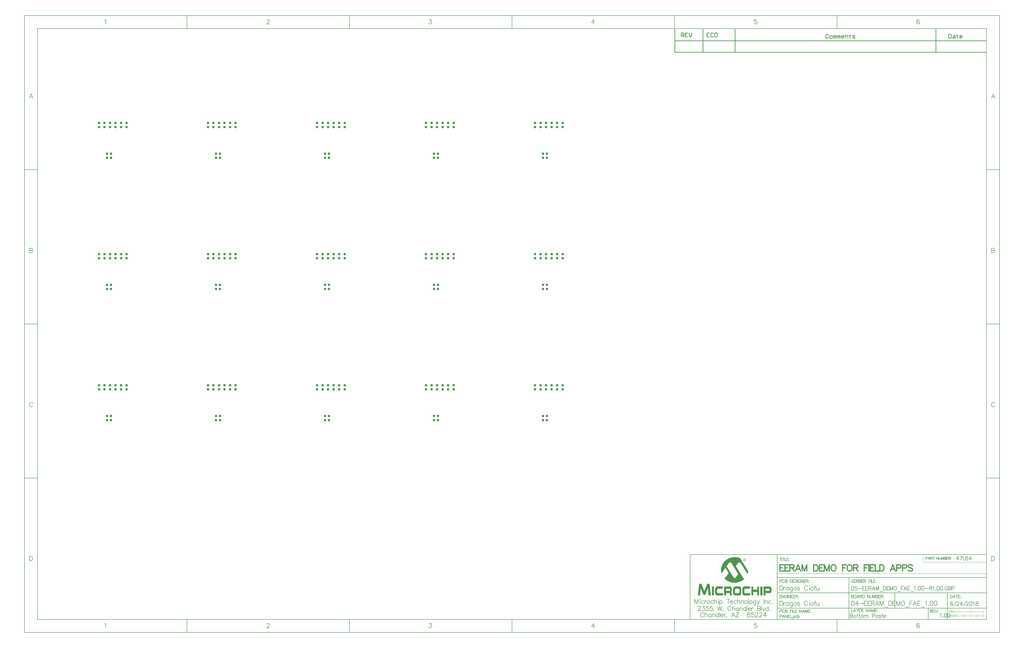
<source format=gbp>
G04*
G04 #@! TF.GenerationSoftware,Altium Limited,Altium Designer,18.1.7 (191)*
G04*
G04 Layer_Color=128*
%FSLAX43Y43*%
%MOMM*%
G71*
G01*
G75*
%ADD10C,0.150*%
%ADD11C,0.178*%
G04:AMPARAMS|DCode=26|XSize=0.9mm|YSize=0.8mm|CornerRadius=0.2mm|HoleSize=0mm|Usage=FLASHONLY|Rotation=0.000|XOffset=0mm|YOffset=0mm|HoleType=Round|Shape=RoundedRectangle|*
%AMROUNDEDRECTD26*
21,1,0.900,0.400,0,0,0.0*
21,1,0.500,0.800,0,0,0.0*
1,1,0.400,0.250,-0.200*
1,1,0.400,-0.250,-0.200*
1,1,0.400,-0.250,0.200*
1,1,0.400,0.250,0.200*
%
%ADD26ROUNDEDRECTD26*%
%ADD29C,0.381*%
%ADD31C,0.127*%
%ADD32C,0.254*%
%ADD33C,0.100*%
%ADD34C,0.200*%
%ADD35C,0.178*%
G36*
X259343Y-135552D02*
X259427Y-135580D01*
X259540Y-135622D01*
X259639Y-135679D01*
X259724Y-135777D01*
X259780Y-135919D01*
X259808Y-136088D01*
X259808Y-136116D01*
X259794Y-136172D01*
X259780Y-136271D01*
X259738Y-136370D01*
X259681Y-136483D01*
X259582Y-136568D01*
X259441Y-136638D01*
X259258Y-136666D01*
X259216Y-136666D01*
X259173Y-136652D01*
X259117Y-136638D01*
X258976Y-136596D01*
X258905Y-136553D01*
X258835Y-136497D01*
X258835Y-136483D01*
X258806Y-136469D01*
X258750Y-136384D01*
X258694Y-136257D01*
X258679Y-136172D01*
X258665Y-136088D01*
X258665Y-136074D01*
X258665Y-136045D01*
X258679Y-136003D01*
X258694Y-135961D01*
X258750Y-135834D01*
X258792Y-135763D01*
X258849Y-135707D01*
X258863Y-135693D01*
X258877Y-135679D01*
X258962Y-135622D01*
X259089Y-135566D01*
X259173Y-135538D01*
X259286Y-135538D01*
X259343Y-135552D01*
X259343Y-135552D02*
G37*
G36*
X255731Y-135058D02*
X255843Y-135072D01*
X255985Y-135072D01*
X256126Y-135100D01*
X256450Y-135142D01*
X256803Y-135227D01*
X257156Y-135326D01*
X257508Y-135467D01*
X260669Y-140504D01*
X260669Y-140518D01*
X260669Y-140546D01*
X260655Y-140603D01*
X260655Y-140659D01*
X260641Y-140744D01*
X260627Y-140843D01*
X260584Y-141054D01*
X260584Y-141069D01*
X260570Y-141111D01*
X260556Y-141167D01*
X260542Y-141238D01*
X260514Y-141337D01*
X260486Y-141435D01*
X260415Y-141675D01*
X257664Y-137372D01*
X257649Y-137358D01*
X257635Y-137315D01*
X257579Y-137259D01*
X257522Y-137202D01*
X257452Y-137146D01*
X257367Y-137090D01*
X257283Y-137047D01*
X257170Y-137033D01*
X257127Y-137033D01*
X257085Y-137047D01*
X257029Y-137076D01*
X256958Y-137118D01*
X256873Y-137174D01*
X256803Y-137245D01*
X256718Y-137358D01*
X255801Y-138613D01*
X259032Y-143707D01*
X259018Y-143721D01*
X258962Y-143764D01*
X258877Y-143834D01*
X258764Y-143919D01*
X258609Y-144032D01*
X258425Y-144144D01*
X258228Y-144271D01*
X257988Y-144398D01*
X257734Y-144525D01*
X257438Y-144652D01*
X257142Y-144765D01*
X256803Y-144878D01*
X256450Y-144963D01*
X256083Y-145033D01*
X255702Y-145076D01*
X255293Y-145090D01*
X255194Y-145090D01*
X255081Y-145076D01*
X254926Y-145062D01*
X254729Y-145033D01*
X254503Y-145005D01*
X254263Y-144949D01*
X253981Y-144878D01*
X253699Y-144794D01*
X253388Y-144681D01*
X253064Y-144554D01*
X252739Y-144398D01*
X252415Y-144201D01*
X252090Y-143989D01*
X251780Y-143735D01*
X251469Y-143439D01*
X252838Y-141548D01*
X252852Y-141534D01*
X252866Y-141478D01*
X252894Y-141393D01*
X252909Y-141323D01*
X252923Y-141238D01*
X252923Y-141210D01*
X252909Y-141139D01*
X252866Y-141012D01*
X252782Y-140857D01*
X251766Y-139263D01*
X250256Y-141365D01*
X250256Y-141351D01*
X250242Y-141337D01*
X250228Y-141252D01*
X250200Y-141125D01*
X250171Y-140956D01*
X250129Y-140744D01*
X250101Y-140518D01*
X250087Y-140250D01*
X250073Y-139982D01*
X250073Y-139954D01*
X250073Y-139897D01*
X250087Y-139785D01*
X250101Y-139658D01*
X250115Y-139488D01*
X250143Y-139291D01*
X250200Y-139065D01*
X250256Y-138825D01*
X250327Y-138571D01*
X250425Y-138289D01*
X250552Y-138007D01*
X250679Y-137725D01*
X250849Y-137442D01*
X251046Y-137146D01*
X251272Y-136864D01*
X251526Y-136596D01*
X251540Y-136582D01*
X251596Y-136525D01*
X251681Y-136455D01*
X251808Y-136356D01*
X251963Y-136229D01*
X252147Y-136102D01*
X252358Y-135961D01*
X252598Y-135820D01*
X252866Y-135679D01*
X253163Y-135538D01*
X253487Y-135396D01*
X253826Y-135284D01*
X254193Y-135185D01*
X254588Y-135114D01*
X254997Y-135058D01*
X255434Y-135044D01*
X255632Y-135044D01*
X255731Y-135058D01*
X255731Y-135058D02*
G37*
G36*
X260979Y-146515D02*
X261050Y-146529D01*
X261106Y-146543D01*
X261120Y-146543D01*
X261149Y-146557D01*
X261247Y-146600D01*
X261304Y-146656D01*
X261346Y-146712D01*
X261389Y-146783D01*
X261417Y-146882D01*
X261417Y-146896D01*
X261431Y-146910D01*
X261431Y-146952D01*
X261445Y-147023D01*
X261445Y-147093D01*
X261459Y-147192D01*
X261459Y-147305D01*
X261459Y-147432D01*
X259568Y-147390D01*
X259554Y-147390D01*
X259498Y-147404D01*
X259427Y-147418D01*
X259357Y-147474D01*
X259272Y-147545D01*
X259202Y-147672D01*
X259173Y-147757D01*
X259145Y-147855D01*
X259131Y-147954D01*
X259131Y-148081D01*
X259131Y-148462D01*
X259131Y-148476D01*
X259131Y-148490D01*
X259145Y-148575D01*
X259159Y-148674D01*
X259187Y-148801D01*
X259230Y-148928D01*
X259314Y-149041D01*
X259413Y-149125D01*
X259484Y-149139D01*
X259554Y-149153D01*
X261487Y-149153D01*
X261487Y-149182D01*
X261487Y-149238D01*
X261487Y-149337D01*
X261473Y-149450D01*
X261459Y-149563D01*
X261445Y-149675D01*
X261417Y-149774D01*
X261374Y-149845D01*
X261374Y-149859D01*
X261346Y-149873D01*
X261304Y-149901D01*
X261247Y-149929D01*
X261163Y-149972D01*
X261050Y-150000D01*
X260909Y-150014D01*
X260739Y-150028D01*
X259329Y-150028D01*
X259216Y-150014D01*
X259075Y-149986D01*
X258933Y-149944D01*
X258778Y-149873D01*
X258651Y-149788D01*
X258552Y-149661D01*
X258552Y-149647D01*
X258524Y-149605D01*
X258496Y-149534D01*
X258468Y-149450D01*
X258440Y-149323D01*
X258411Y-149182D01*
X258397Y-148998D01*
X258383Y-148801D01*
X258383Y-147757D01*
X258383Y-147742D01*
X258383Y-147714D01*
X258383Y-147672D01*
X258397Y-147615D01*
X258411Y-147474D01*
X258440Y-147291D01*
X258482Y-147107D01*
X258567Y-146924D01*
X258665Y-146769D01*
X258736Y-146698D01*
X258806Y-146642D01*
X258821Y-146642D01*
X258849Y-146614D01*
X258891Y-146600D01*
X258962Y-146571D01*
X259046Y-146543D01*
X259159Y-146529D01*
X259286Y-146501D01*
X260810Y-146501D01*
X260979Y-146515D01*
X260979Y-146515D02*
G37*
G36*
X264902Y-150000D02*
X264182Y-150000D01*
X264182Y-148688D01*
X262616Y-148688D01*
X262616Y-150000D01*
X261939Y-150000D01*
X261939Y-146543D01*
X262616Y-146543D01*
X262616Y-147757D01*
X264182Y-147757D01*
X264182Y-146543D01*
X264902Y-146543D01*
X264902Y-150000D01*
X264902Y-150000D02*
G37*
G36*
X245205Y-145414D02*
X245275Y-145428D01*
X245360Y-145471D01*
X245430Y-145527D01*
X245501Y-145626D01*
X245572Y-145753D01*
X245600Y-145936D01*
X246065Y-150000D01*
X245191Y-150000D01*
X244951Y-147079D01*
X244937Y-147079D01*
X244048Y-149421D01*
X244048Y-149436D01*
X244019Y-149478D01*
X243977Y-149548D01*
X243921Y-149619D01*
X243850Y-149690D01*
X243766Y-149760D01*
X243667Y-149802D01*
X243540Y-149817D01*
X243483Y-149817D01*
X243413Y-149788D01*
X243328Y-149760D01*
X243229Y-149718D01*
X243145Y-149647D01*
X243074Y-149548D01*
X243004Y-149421D01*
X242115Y-147122D01*
X242101Y-147122D01*
X241847Y-150000D01*
X241000Y-150000D01*
X241437Y-145894D01*
X241437Y-145866D01*
X241452Y-145809D01*
X241480Y-145739D01*
X241522Y-145640D01*
X241579Y-145555D01*
X241663Y-145471D01*
X241776Y-145414D01*
X241903Y-145400D01*
X241974Y-145400D01*
X242058Y-145428D01*
X242157Y-145457D01*
X242256Y-145513D01*
X242369Y-145598D01*
X242453Y-145711D01*
X242538Y-145866D01*
X243526Y-148377D01*
X243540Y-148377D01*
X244527Y-145866D01*
X244542Y-145852D01*
X244556Y-145795D01*
X244612Y-145725D01*
X244669Y-145626D01*
X244753Y-145541D01*
X244866Y-145471D01*
X244993Y-145414D01*
X245148Y-145400D01*
X245162Y-145400D01*
X245205Y-145414D01*
X245205Y-145414D02*
G37*
G36*
X269036Y-146557D02*
X269149Y-146571D01*
X269276Y-146614D01*
X269417Y-146684D01*
X269544Y-146783D01*
X269657Y-146924D01*
X269741Y-147122D01*
X269741Y-147136D01*
X269756Y-147164D01*
X269756Y-147220D01*
X269770Y-147291D01*
X269784Y-147376D01*
X269784Y-147474D01*
X269798Y-147601D01*
X269798Y-147728D01*
X269798Y-147996D01*
X269798Y-148025D01*
X269798Y-148095D01*
X269784Y-148208D01*
X269770Y-148335D01*
X269741Y-148490D01*
X269713Y-148645D01*
X269657Y-148772D01*
X269586Y-148899D01*
X269586Y-148914D01*
X269558Y-148928D01*
X269516Y-148970D01*
X269473Y-149012D01*
X269403Y-149055D01*
X269318Y-149083D01*
X269234Y-149111D01*
X269121Y-149125D01*
X267399Y-149125D01*
X267399Y-150000D01*
X266694Y-150000D01*
X266694Y-146543D01*
X268965Y-146543D01*
X269036Y-146557D01*
X269036Y-146557D02*
G37*
G36*
X266228Y-150000D02*
X265410Y-150000D01*
X265410Y-146543D01*
X266228Y-146543D01*
X266228Y-150000D01*
X266228Y-150000D02*
G37*
G36*
X253727Y-146557D02*
X253840Y-146600D01*
X253967Y-146670D01*
X254023Y-146727D01*
X254094Y-146797D01*
X254150Y-146882D01*
X254193Y-146981D01*
X254249Y-147093D01*
X254277Y-147234D01*
X254291Y-147390D01*
X254305Y-147573D01*
X254305Y-147785D01*
X254305Y-147799D01*
X254305Y-147813D01*
X254305Y-147898D01*
X254291Y-148025D01*
X254263Y-148166D01*
X254207Y-148307D01*
X254136Y-148448D01*
X254037Y-148561D01*
X253910Y-148645D01*
X253910Y-148660D01*
X253924Y-148660D01*
X253967Y-148688D01*
X254037Y-148730D01*
X254108Y-148801D01*
X254178Y-148899D01*
X254249Y-149026D01*
X254291Y-149196D01*
X254305Y-149421D01*
X254305Y-150000D01*
X253572Y-150000D01*
X253572Y-149591D01*
X253572Y-149577D01*
X253572Y-149548D01*
X253572Y-149492D01*
X253572Y-149436D01*
X253558Y-149323D01*
X253558Y-149266D01*
X253544Y-149224D01*
X253529Y-149210D01*
X253487Y-149153D01*
X253417Y-149111D01*
X253290Y-149097D01*
X252006Y-149097D01*
X252006Y-150000D01*
X251272Y-150000D01*
X251272Y-146543D01*
X253642Y-146543D01*
X253727Y-146557D01*
X253727Y-146557D02*
G37*
G36*
X247307Y-150000D02*
X246503Y-150000D01*
X246503Y-146543D01*
X247307Y-146543D01*
X247307Y-150000D01*
X247307Y-150000D02*
G37*
G36*
X257156Y-146515D02*
X257283Y-146543D01*
X257410Y-146571D01*
X257551Y-146628D01*
X257664Y-146712D01*
X257762Y-146811D01*
X257776Y-146825D01*
X257805Y-146868D01*
X257833Y-146938D01*
X257875Y-147037D01*
X257918Y-147178D01*
X257960Y-147333D01*
X257974Y-147517D01*
X257988Y-147742D01*
X257988Y-148787D01*
X257988Y-148801D01*
X257988Y-148829D01*
X257988Y-148871D01*
X257974Y-148942D01*
X257960Y-149097D01*
X257932Y-149294D01*
X257861Y-149492D01*
X257776Y-149690D01*
X257649Y-149845D01*
X257565Y-149915D01*
X257480Y-149958D01*
X257466Y-149958D01*
X257438Y-149972D01*
X257395Y-149986D01*
X257339Y-149986D01*
X257268Y-150000D01*
X257184Y-150014D01*
X256958Y-150028D01*
X255688Y-150028D01*
X255575Y-150014D01*
X255448Y-149986D01*
X255307Y-149944D01*
X255166Y-149887D01*
X255039Y-149802D01*
X254926Y-149690D01*
X254912Y-149675D01*
X254898Y-149633D01*
X254870Y-149563D01*
X254842Y-149464D01*
X254799Y-149351D01*
X254771Y-149196D01*
X254757Y-148998D01*
X254743Y-148787D01*
X254743Y-147742D01*
X254743Y-147728D01*
X254743Y-147700D01*
X254743Y-147644D01*
X254757Y-147573D01*
X254771Y-147404D01*
X254813Y-147206D01*
X254884Y-146995D01*
X254997Y-146811D01*
X255067Y-146727D01*
X255138Y-146656D01*
X255237Y-146600D01*
X255335Y-146557D01*
X255350Y-146557D01*
X255364Y-146543D01*
X255406Y-146543D01*
X255462Y-146529D01*
X255604Y-146515D01*
X255787Y-146501D01*
X257057Y-146501D01*
X257156Y-146515D01*
X257156Y-146515D02*
G37*
G36*
X250087Y-146515D02*
X250256Y-146515D01*
X250411Y-146529D01*
X250538Y-146557D01*
X250581Y-146571D01*
X250609Y-146585D01*
X250623Y-146585D01*
X250637Y-146614D01*
X250665Y-146656D01*
X250707Y-146727D01*
X250750Y-146825D01*
X250778Y-146966D01*
X250792Y-147150D01*
X250806Y-147390D01*
X248901Y-147390D01*
X248817Y-147404D01*
X248718Y-147446D01*
X248619Y-147531D01*
X248605Y-147559D01*
X248591Y-147587D01*
X248563Y-147644D01*
X248549Y-147714D01*
X248520Y-147813D01*
X248506Y-147940D01*
X248506Y-148081D01*
X248506Y-148462D01*
X248506Y-148476D01*
X248506Y-148533D01*
X248506Y-148603D01*
X248520Y-148674D01*
X248535Y-148857D01*
X248549Y-148928D01*
X248563Y-148984D01*
X248577Y-149012D01*
X248633Y-149069D01*
X248690Y-149097D01*
X248746Y-149125D01*
X248831Y-149139D01*
X248916Y-149153D01*
X250849Y-149153D01*
X250849Y-149182D01*
X250849Y-149238D01*
X250849Y-149323D01*
X250834Y-149421D01*
X250806Y-149647D01*
X250778Y-149746D01*
X250750Y-149817D01*
X250750Y-149831D01*
X250722Y-149845D01*
X250679Y-149887D01*
X250623Y-149915D01*
X250524Y-149958D01*
X250411Y-150000D01*
X250270Y-150014D01*
X250101Y-150028D01*
X248704Y-150028D01*
X248605Y-150014D01*
X248478Y-149986D01*
X248337Y-149958D01*
X248196Y-149915D01*
X248069Y-149845D01*
X247970Y-149746D01*
X247956Y-149732D01*
X247942Y-149690D01*
X247900Y-149619D01*
X247857Y-149520D01*
X247815Y-149393D01*
X247787Y-149224D01*
X247759Y-149026D01*
X247744Y-148787D01*
X247744Y-147742D01*
X247744Y-147728D01*
X247744Y-147700D01*
X247744Y-147644D01*
X247759Y-147573D01*
X247787Y-147390D01*
X247829Y-147178D01*
X247914Y-146966D01*
X248041Y-146769D01*
X248125Y-146684D01*
X248224Y-146614D01*
X248323Y-146557D01*
X248450Y-146529D01*
X248478Y-146529D01*
X248549Y-146515D01*
X248662Y-146501D01*
X249917Y-146501D01*
X250087Y-146515D01*
X250087Y-146515D02*
G37*
%LPC*%
G36*
X259258Y-135636D02*
X259187Y-135636D01*
X259103Y-135665D01*
X259018Y-135693D01*
X258919Y-135749D01*
X258849Y-135820D01*
X258792Y-135933D01*
X258764Y-136088D01*
X258764Y-136102D01*
X258764Y-136116D01*
X258778Y-136201D01*
X258821Y-136314D01*
X258905Y-136441D01*
X258933Y-136469D01*
X259004Y-136511D01*
X259117Y-136553D01*
X259258Y-136582D01*
X259272Y-136582D01*
X259329Y-136568D01*
X259399Y-136553D01*
X259498Y-136525D01*
X259582Y-136455D01*
X259653Y-136370D01*
X259709Y-136257D01*
X259724Y-136088D01*
X259724Y-136074D01*
X259724Y-136017D01*
X259695Y-135947D01*
X259667Y-135862D01*
X259611Y-135777D01*
X259526Y-135707D01*
X259413Y-135650D01*
X259258Y-135636D01*
X259258Y-135636D02*
G37*
%LPD*%
G36*
X259385Y-135792D02*
X259456Y-135848D01*
X259484Y-135890D01*
X259498Y-135961D01*
X259498Y-135975D01*
X259498Y-135989D01*
X259484Y-136060D01*
X259427Y-136116D01*
X259385Y-136144D01*
X259329Y-136158D01*
X259512Y-136441D01*
X259399Y-136441D01*
X259230Y-136158D01*
X259117Y-136158D01*
X259117Y-136441D01*
X259018Y-136441D01*
X259018Y-135763D01*
X259300Y-135763D01*
X259385Y-135792D01*
X259385Y-135792D02*
G37*
%LPC*%
G36*
X259286Y-135862D02*
X259117Y-135862D01*
X259117Y-136074D01*
X259300Y-136074D01*
X259343Y-136060D01*
X259371Y-136031D01*
X259385Y-135961D01*
X259385Y-135947D01*
X259371Y-135904D01*
X259343Y-135876D01*
X259286Y-135862D01*
X259286Y-135862D02*
G37*
G36*
X253600Y-137019D02*
X253558Y-137019D01*
X253501Y-137033D01*
X253445Y-137061D01*
X253374Y-137104D01*
X253290Y-137160D01*
X253205Y-137231D01*
X253120Y-137344D01*
X252231Y-138599D01*
X254926Y-142875D01*
X254940Y-142889D01*
X254969Y-142931D01*
X255011Y-143002D01*
X255067Y-143058D01*
X255138Y-143129D01*
X255223Y-143199D01*
X255293Y-143241D01*
X255378Y-143256D01*
X255420Y-143256D01*
X255477Y-143241D01*
X255533Y-143213D01*
X255604Y-143185D01*
X255688Y-143143D01*
X255773Y-143072D01*
X255843Y-142973D01*
X256789Y-141619D01*
X254080Y-137358D01*
X254066Y-137344D01*
X254037Y-137301D01*
X253995Y-137245D01*
X253939Y-137188D01*
X253868Y-137132D01*
X253783Y-137076D01*
X253699Y-137033D01*
X253600Y-137019D01*
X253600Y-137019D02*
G37*
G36*
X268768Y-147376D02*
X267399Y-147376D01*
X267399Y-148250D01*
X268853Y-148250D01*
X268881Y-148236D01*
X268923Y-148208D01*
X268965Y-148166D01*
X269008Y-148095D01*
X269022Y-148011D01*
X269036Y-147898D01*
X269036Y-147757D01*
X269036Y-147742D01*
X269036Y-147700D01*
X269022Y-147630D01*
X269008Y-147559D01*
X268965Y-147503D01*
X268923Y-147432D01*
X268853Y-147390D01*
X268768Y-147376D01*
X268768Y-147376D02*
G37*
G36*
X253261Y-147376D02*
X252006Y-147376D01*
X252006Y-148236D01*
X253374Y-148236D01*
X253417Y-148222D01*
X253473Y-148194D01*
X253529Y-148152D01*
X253572Y-148081D01*
X253600Y-147996D01*
X253614Y-147869D01*
X253614Y-147757D01*
X253614Y-147742D01*
X253614Y-147700D01*
X253600Y-147630D01*
X253572Y-147559D01*
X253529Y-147503D01*
X253459Y-147432D01*
X253374Y-147390D01*
X253261Y-147376D01*
X253261Y-147376D02*
G37*
G36*
X256859Y-147376D02*
X255900Y-147376D01*
X255815Y-147390D01*
X255702Y-147446D01*
X255646Y-147474D01*
X255604Y-147531D01*
X255589Y-147559D01*
X255575Y-147601D01*
X255547Y-147658D01*
X255533Y-147728D01*
X255505Y-147827D01*
X255491Y-147940D01*
X255491Y-148081D01*
X255491Y-148462D01*
X255491Y-148476D01*
X255491Y-148533D01*
X255491Y-148589D01*
X255505Y-148674D01*
X255519Y-148857D01*
X255533Y-148942D01*
X255561Y-149012D01*
X255575Y-149041D01*
X255632Y-149083D01*
X255731Y-149125D01*
X255801Y-149153D01*
X256831Y-149153D01*
X256888Y-149139D01*
X256958Y-149111D01*
X257043Y-149069D01*
X257127Y-148984D01*
X257198Y-148857D01*
X257226Y-148787D01*
X257254Y-148688D01*
X257268Y-148589D01*
X257268Y-148462D01*
X257268Y-148081D01*
X257268Y-148067D01*
X257268Y-148011D01*
X257268Y-147954D01*
X257254Y-147869D01*
X257212Y-147686D01*
X257170Y-147601D01*
X257127Y-147531D01*
X257127Y-147517D01*
X257099Y-147503D01*
X257029Y-147446D01*
X256930Y-147404D01*
X256859Y-147376D01*
X256859Y-147376D02*
G37*
%LPD*%
D10*
X300500Y-157250D02*
X300500Y-158750D01*
X300500Y-157250D02*
X301143Y-157250D01*
X301357Y-157322D01*
X301428Y-157393D01*
X301500Y-157536D01*
X301500Y-157679D01*
X301428Y-157822D01*
X301357Y-157893D01*
X301143Y-157964D01*
X300500Y-157964D02*
X301143Y-157964D01*
X301357Y-158036D01*
X301428Y-158107D01*
X301500Y-158250D01*
X301500Y-158464D01*
X301428Y-158607D01*
X301357Y-158679D01*
X301143Y-158750D01*
X300500Y-158750D01*
X302193Y-157750D02*
X302050Y-157822D01*
X301907Y-157964D01*
X301835Y-158179D01*
X301835Y-158322D01*
X301907Y-158536D01*
X302050Y-158679D01*
X302193Y-158750D01*
X302407Y-158750D01*
X302550Y-158679D01*
X302692Y-158536D01*
X302764Y-158322D01*
X302764Y-158179D01*
X302692Y-157964D01*
X302550Y-157822D01*
X302407Y-157750D01*
X302193Y-157750D01*
X303307Y-157250D02*
X303307Y-158464D01*
X303378Y-158679D01*
X303521Y-158750D01*
X303664Y-158750D01*
X303092Y-157750D02*
X303592Y-157750D01*
X304092Y-157250D02*
X304092Y-158464D01*
X304164Y-158679D01*
X304306Y-158750D01*
X304449Y-158750D01*
X303878Y-157750D02*
X304378Y-157750D01*
X305020Y-157750D02*
X304878Y-157822D01*
X304735Y-157964D01*
X304663Y-158179D01*
X304663Y-158322D01*
X304735Y-158536D01*
X304878Y-158679D01*
X305020Y-158750D01*
X305235Y-158750D01*
X305378Y-158679D01*
X305520Y-158536D01*
X305592Y-158322D01*
X305592Y-158179D01*
X305520Y-157964D01*
X305378Y-157822D01*
X305235Y-157750D01*
X305020Y-157750D01*
X305920Y-157750D02*
X305920Y-158750D01*
X305920Y-158036D02*
X306135Y-157822D01*
X306277Y-157750D01*
X306492Y-157750D01*
X306634Y-157822D01*
X306706Y-158036D01*
X306706Y-158750D01*
X306706Y-158036D02*
X306920Y-157822D01*
X307063Y-157750D01*
X307277Y-157750D01*
X307420Y-157822D01*
X307491Y-158036D01*
X307491Y-158750D01*
X309141Y-158036D02*
X309784Y-158036D01*
X309998Y-157964D01*
X310069Y-157893D01*
X310141Y-157750D01*
X310141Y-157536D01*
X310069Y-157393D01*
X309998Y-157322D01*
X309784Y-157250D01*
X309141Y-157250D01*
X309141Y-158750D01*
X311333Y-157750D02*
X311333Y-158750D01*
X311333Y-157964D02*
X311191Y-157822D01*
X311048Y-157750D01*
X310833Y-157750D01*
X310691Y-157822D01*
X310548Y-157964D01*
X310476Y-158179D01*
X310476Y-158322D01*
X310548Y-158536D01*
X310691Y-158679D01*
X310833Y-158750D01*
X311048Y-158750D01*
X311191Y-158679D01*
X311333Y-158536D01*
X312519Y-157964D02*
X312447Y-157822D01*
X312233Y-157750D01*
X312019Y-157750D01*
X311805Y-157822D01*
X311733Y-157964D01*
X311805Y-158107D01*
X311948Y-158179D01*
X312305Y-158250D01*
X312447Y-158322D01*
X312519Y-158464D01*
X312519Y-158536D01*
X312447Y-158679D01*
X312233Y-158750D01*
X312019Y-158750D01*
X311805Y-158679D01*
X311733Y-158536D01*
X313047Y-157250D02*
X313047Y-158464D01*
X313119Y-158679D01*
X313262Y-158750D01*
X313404Y-158750D01*
X312833Y-157750D02*
X313333Y-157750D01*
X313619Y-158179D02*
X314476Y-158179D01*
X314476Y-158036D01*
X314404Y-157893D01*
X314333Y-157822D01*
X314190Y-157750D01*
X313976Y-157750D01*
X313833Y-157822D01*
X313690Y-157964D01*
X313619Y-158179D01*
X313619Y-158322D01*
X313690Y-158536D01*
X313833Y-158679D01*
X313976Y-158750D01*
X314190Y-158750D01*
X314333Y-158679D01*
X314476Y-158536D01*
X330000Y-135524D02*
X330428Y-135524D01*
X330571Y-135476D01*
X330619Y-135429D01*
X330667Y-135333D01*
X330667Y-135191D01*
X330619Y-135095D01*
X330571Y-135048D01*
X330428Y-135000D01*
X330000Y-135000D01*
X330000Y-136000D01*
X331652Y-136000D02*
X331271Y-135000D01*
X330890Y-136000D01*
X331033Y-135667D02*
X331509Y-135667D01*
X331885Y-135000D02*
X331885Y-136000D01*
X331885Y-135000D02*
X332314Y-135000D01*
X332457Y-135048D01*
X332504Y-135095D01*
X332552Y-135191D01*
X332552Y-135286D01*
X332504Y-135381D01*
X332457Y-135429D01*
X332314Y-135476D01*
X331885Y-135476D01*
X332219Y-135476D02*
X332552Y-136000D01*
X333109Y-135000D02*
X333109Y-136000D01*
X332776Y-135000D02*
X333442Y-135000D01*
X334347Y-135000D02*
X334347Y-136000D01*
X334347Y-135000D02*
X335013Y-136000D01*
X335013Y-135000D02*
X335013Y-136000D01*
X335289Y-135000D02*
X335289Y-135714D01*
X335337Y-135857D01*
X335432Y-135952D01*
X335575Y-136000D01*
X335670Y-136000D01*
X335813Y-135952D01*
X335908Y-135857D01*
X335956Y-135714D01*
X335956Y-135000D01*
X336232Y-135000D02*
X336232Y-136000D01*
X336232Y-135000D02*
X336613Y-136000D01*
X336994Y-135000D02*
X336613Y-136000D01*
X336994Y-135000D02*
X336994Y-136000D01*
X337279Y-135000D02*
X337279Y-136000D01*
X337279Y-135000D02*
X337708Y-135000D01*
X337851Y-135048D01*
X337898Y-135095D01*
X337946Y-135191D01*
X337946Y-135286D01*
X337898Y-135381D01*
X337851Y-135429D01*
X337708Y-135476D01*
X337279Y-135476D02*
X337708Y-135476D01*
X337851Y-135524D01*
X337898Y-135571D01*
X337946Y-135667D01*
X337946Y-135810D01*
X337898Y-135905D01*
X337851Y-135952D01*
X337708Y-136000D01*
X337279Y-136000D01*
X338789Y-135000D02*
X338170Y-135000D01*
X338170Y-136000D01*
X338789Y-136000D01*
X338170Y-135476D02*
X338551Y-135476D01*
X338955Y-135000D02*
X338955Y-136000D01*
X338955Y-135000D02*
X339384Y-135000D01*
X339527Y-135048D01*
X339574Y-135095D01*
X339622Y-135191D01*
X339622Y-135286D01*
X339574Y-135381D01*
X339527Y-135429D01*
X339384Y-135476D01*
X338955Y-135476D01*
X339289Y-135476D02*
X339622Y-136000D01*
X339893Y-135333D02*
X339846Y-135381D01*
X339893Y-135429D01*
X339941Y-135381D01*
X339893Y-135333D01*
X339893Y-135905D02*
X339846Y-135952D01*
X339893Y-136000D01*
X339941Y-135952D01*
X339893Y-135905D01*
X340557Y-152715D02*
X340486Y-152572D01*
X340271Y-152500D01*
X340128Y-152500D01*
X339914Y-152572D01*
X339771Y-152786D01*
X339700Y-153143D01*
X339700Y-153500D01*
X339771Y-153786D01*
X339914Y-153929D01*
X340128Y-154000D01*
X340200Y-154000D01*
X340414Y-153929D01*
X340557Y-153786D01*
X340628Y-153572D01*
X340628Y-153500D01*
X340557Y-153286D01*
X340414Y-153143D01*
X340200Y-153072D01*
X340128Y-153072D01*
X339914Y-153143D01*
X339771Y-153286D01*
X339700Y-153500D01*
X340957Y-154214D02*
X341957Y-152500D01*
X342128Y-152857D02*
X342128Y-152786D01*
X342199Y-152643D01*
X342271Y-152572D01*
X342414Y-152500D01*
X342699Y-152500D01*
X342842Y-152572D01*
X342914Y-152643D01*
X342985Y-152786D01*
X342985Y-152929D01*
X342914Y-153072D01*
X342771Y-153286D01*
X342057Y-154000D01*
X343056Y-154000D01*
X344106Y-152500D02*
X343392Y-153500D01*
X344463Y-153500D01*
X344106Y-152500D02*
X344106Y-154000D01*
X344728Y-154214D02*
X345727Y-152500D01*
X345899Y-152857D02*
X345899Y-152786D01*
X345970Y-152643D01*
X346042Y-152572D01*
X346184Y-152500D01*
X346470Y-152500D01*
X346613Y-152572D01*
X346684Y-152643D01*
X346756Y-152786D01*
X346756Y-152929D01*
X346684Y-153072D01*
X346541Y-153286D01*
X345827Y-154000D01*
X346827Y-154000D01*
X347591Y-152500D02*
X347377Y-152572D01*
X347234Y-152786D01*
X347163Y-153143D01*
X347163Y-153357D01*
X347234Y-153714D01*
X347377Y-153929D01*
X347591Y-154000D01*
X347734Y-154000D01*
X347948Y-153929D01*
X348091Y-153714D01*
X348162Y-153357D01*
X348162Y-153143D01*
X348091Y-152786D01*
X347948Y-152572D01*
X347734Y-152500D01*
X347591Y-152500D01*
X348498Y-152786D02*
X348641Y-152715D01*
X348855Y-152500D01*
X348855Y-154000D01*
X349955Y-152500D02*
X349741Y-152572D01*
X349669Y-152715D01*
X349669Y-152857D01*
X349741Y-153000D01*
X349884Y-153072D01*
X350169Y-153143D01*
X350383Y-153214D01*
X350526Y-153357D01*
X350598Y-153500D01*
X350598Y-153714D01*
X350526Y-153857D01*
X350455Y-153929D01*
X350241Y-154000D01*
X349955Y-154000D01*
X349741Y-153929D01*
X349669Y-153857D01*
X349598Y-153714D01*
X349598Y-153500D01*
X349669Y-153357D01*
X349812Y-153214D01*
X350026Y-153143D01*
X350312Y-153072D01*
X350455Y-153000D01*
X350526Y-152857D01*
X350526Y-152715D01*
X350455Y-152572D01*
X350241Y-152500D01*
X349955Y-152500D01*
D11*
X335678Y-157358D02*
X335821Y-157287D01*
X336035Y-157073D01*
X336035Y-158572D01*
X336849Y-158429D02*
X336778Y-158501D01*
X336849Y-158572D01*
X336920Y-158501D01*
X336849Y-158429D01*
X337677Y-157073D02*
X337463Y-157144D01*
X337320Y-157358D01*
X337249Y-157715D01*
X337249Y-157930D01*
X337320Y-158287D01*
X337463Y-158501D01*
X337677Y-158572D01*
X337820Y-158572D01*
X338034Y-158501D01*
X338177Y-158287D01*
X338249Y-157930D01*
X338249Y-157715D01*
X338177Y-157358D01*
X338034Y-157144D01*
X337820Y-157073D01*
X337677Y-157073D01*
X339013Y-157073D02*
X338799Y-157144D01*
X338656Y-157358D01*
X338584Y-157715D01*
X338584Y-157930D01*
X338656Y-158287D01*
X338799Y-158501D01*
X339013Y-158572D01*
X339156Y-158572D01*
X339370Y-158501D01*
X339513Y-158287D01*
X339584Y-157930D01*
X339584Y-157715D01*
X339513Y-157358D01*
X339370Y-157144D01*
X339156Y-157073D01*
X339013Y-157073D01*
X301428Y-146500D02*
X301214Y-146572D01*
X301071Y-146786D01*
X301000Y-147143D01*
X301000Y-147357D01*
X301071Y-147714D01*
X301214Y-147929D01*
X301428Y-148000D01*
X301571Y-148000D01*
X301786Y-147929D01*
X301928Y-147714D01*
X302000Y-147357D01*
X302000Y-147143D01*
X301928Y-146786D01*
X301786Y-146572D01*
X301571Y-146500D01*
X301428Y-146500D01*
X303192Y-146500D02*
X302478Y-146500D01*
X302407Y-147143D01*
X302478Y-147072D01*
X302693Y-147000D01*
X302907Y-147000D01*
X303121Y-147072D01*
X303264Y-147214D01*
X303335Y-147429D01*
X303335Y-147572D01*
X303264Y-147786D01*
X303121Y-147929D01*
X302907Y-148000D01*
X302693Y-148000D01*
X302478Y-147929D01*
X302407Y-147857D01*
X302335Y-147714D01*
X303671Y-147357D02*
X304956Y-147357D01*
X306327Y-146500D02*
X305399Y-146500D01*
X305399Y-148000D01*
X306327Y-148000D01*
X305399Y-147214D02*
X305970Y-147214D01*
X307506Y-146500D02*
X306577Y-146500D01*
X306577Y-148000D01*
X307506Y-148000D01*
X306577Y-147214D02*
X307149Y-147214D01*
X307756Y-146500D02*
X307756Y-148000D01*
X307756Y-146500D02*
X308398Y-146500D01*
X308613Y-146572D01*
X308684Y-146643D01*
X308755Y-146786D01*
X308755Y-146929D01*
X308684Y-147072D01*
X308613Y-147143D01*
X308398Y-147214D01*
X307756Y-147214D01*
X308256Y-147214D02*
X308755Y-148000D01*
X310234Y-148000D02*
X309662Y-146500D01*
X309091Y-148000D01*
X309305Y-147500D02*
X310020Y-147500D01*
X310584Y-146500D02*
X310584Y-148000D01*
X310584Y-146500D02*
X311155Y-148000D01*
X311726Y-146500D02*
X311155Y-148000D01*
X311726Y-146500D02*
X311726Y-148000D01*
X312155Y-148500D02*
X313297Y-148500D01*
X313490Y-146500D02*
X313490Y-148000D01*
X313490Y-146500D02*
X313990Y-146500D01*
X314204Y-146572D01*
X314347Y-146715D01*
X314419Y-146857D01*
X314490Y-147072D01*
X314490Y-147429D01*
X314419Y-147643D01*
X314347Y-147786D01*
X314204Y-147929D01*
X313990Y-148000D01*
X313490Y-148000D01*
X315754Y-146500D02*
X314826Y-146500D01*
X314826Y-148000D01*
X315754Y-148000D01*
X314826Y-147214D02*
X315397Y-147214D01*
X316004Y-146500D02*
X316004Y-148000D01*
X316004Y-146500D02*
X316575Y-148000D01*
X317147Y-146500D02*
X316575Y-148000D01*
X317147Y-146500D02*
X317147Y-148000D01*
X318004Y-146500D02*
X317861Y-146572D01*
X317718Y-146715D01*
X317646Y-146857D01*
X317575Y-147072D01*
X317575Y-147429D01*
X317646Y-147643D01*
X317718Y-147786D01*
X317861Y-147929D01*
X318004Y-148000D01*
X318289Y-148000D01*
X318432Y-147929D01*
X318575Y-147786D01*
X318646Y-147643D01*
X318718Y-147429D01*
X318718Y-147072D01*
X318646Y-146857D01*
X318575Y-146715D01*
X318432Y-146572D01*
X318289Y-146500D01*
X318004Y-146500D01*
X319068Y-148500D02*
X320210Y-148500D01*
X320403Y-146500D02*
X320403Y-148000D01*
X320403Y-146500D02*
X321331Y-146500D01*
X320403Y-147214D02*
X320974Y-147214D01*
X322645Y-148000D02*
X322074Y-146500D01*
X321503Y-148000D01*
X321717Y-147500D02*
X322431Y-147500D01*
X323924Y-146500D02*
X322995Y-146500D01*
X322995Y-148000D01*
X323924Y-148000D01*
X322995Y-147214D02*
X323567Y-147214D01*
X324174Y-148500D02*
X325316Y-148500D01*
X325509Y-146786D02*
X325652Y-146715D01*
X325866Y-146500D01*
X325866Y-148000D01*
X326680Y-147857D02*
X326609Y-147929D01*
X326680Y-148000D01*
X326752Y-147929D01*
X326680Y-147857D01*
X327509Y-146500D02*
X327294Y-146572D01*
X327152Y-146786D01*
X327080Y-147143D01*
X327080Y-147357D01*
X327152Y-147714D01*
X327294Y-147929D01*
X327509Y-148000D01*
X327651Y-148000D01*
X327866Y-147929D01*
X328009Y-147714D01*
X328080Y-147357D01*
X328080Y-147143D01*
X328009Y-146786D01*
X327866Y-146572D01*
X327651Y-146500D01*
X327509Y-146500D01*
X328844Y-146500D02*
X328630Y-146572D01*
X328487Y-146786D01*
X328416Y-147143D01*
X328416Y-147357D01*
X328487Y-147714D01*
X328630Y-147929D01*
X328844Y-148000D01*
X328987Y-148000D01*
X329201Y-147929D01*
X329344Y-147714D01*
X329415Y-147357D01*
X329415Y-147143D01*
X329344Y-146786D01*
X329201Y-146572D01*
X328987Y-146500D01*
X328844Y-146500D01*
X329751Y-147357D02*
X331036Y-147357D01*
X331479Y-146500D02*
X331479Y-148000D01*
X331479Y-146500D02*
X332122Y-146500D01*
X332336Y-146572D01*
X332408Y-146643D01*
X332479Y-146786D01*
X332479Y-146929D01*
X332408Y-147072D01*
X332336Y-147143D01*
X332122Y-147214D01*
X331479Y-147214D01*
X331979Y-147214D02*
X332479Y-148000D01*
X332815Y-146786D02*
X332957Y-146715D01*
X333172Y-146500D01*
X333172Y-148000D01*
X333986Y-147857D02*
X333914Y-147929D01*
X333986Y-148000D01*
X334057Y-147929D01*
X333986Y-147857D01*
X334814Y-146500D02*
X334600Y-146572D01*
X334457Y-146786D01*
X334386Y-147143D01*
X334386Y-147357D01*
X334457Y-147714D01*
X334600Y-147929D01*
X334814Y-148000D01*
X334957Y-148000D01*
X335171Y-147929D01*
X335314Y-147714D01*
X335385Y-147357D01*
X335385Y-147143D01*
X335314Y-146786D01*
X335171Y-146572D01*
X334957Y-146500D01*
X334814Y-146500D01*
X336150Y-146500D02*
X335935Y-146572D01*
X335793Y-146786D01*
X335721Y-147143D01*
X335721Y-147357D01*
X335793Y-147714D01*
X335935Y-147929D01*
X336150Y-148000D01*
X336292Y-148000D01*
X336507Y-147929D01*
X336650Y-147714D01*
X336721Y-147357D01*
X336721Y-147143D01*
X336650Y-146786D01*
X336507Y-146572D01*
X336292Y-146500D01*
X336150Y-146500D01*
X337128Y-147857D02*
X337057Y-147929D01*
X337128Y-148000D01*
X337199Y-147929D01*
X337128Y-147857D01*
X338599Y-146857D02*
X338528Y-146715D01*
X338385Y-146572D01*
X338242Y-146500D01*
X337956Y-146500D01*
X337814Y-146572D01*
X337671Y-146715D01*
X337599Y-146857D01*
X337528Y-147072D01*
X337528Y-147429D01*
X337599Y-147643D01*
X337671Y-147786D01*
X337814Y-147929D01*
X337956Y-148000D01*
X338242Y-148000D01*
X338385Y-147929D01*
X338528Y-147786D01*
X338599Y-147643D01*
X338599Y-147429D01*
X338242Y-147429D02*
X338599Y-147429D01*
X338942Y-146500D02*
X338942Y-148000D01*
X338942Y-146500D02*
X339585Y-146500D01*
X339799Y-146572D01*
X339870Y-146643D01*
X339942Y-146786D01*
X339942Y-146929D01*
X339870Y-147072D01*
X339799Y-147143D01*
X339585Y-147214D01*
X338942Y-147214D02*
X339585Y-147214D01*
X339799Y-147286D01*
X339870Y-147357D01*
X339942Y-147500D01*
X339942Y-147714D01*
X339870Y-147857D01*
X339799Y-147929D01*
X339585Y-148000D01*
X338942Y-148000D01*
X340277Y-147286D02*
X340920Y-147286D01*
X341134Y-147214D01*
X341206Y-147143D01*
X341277Y-147000D01*
X341277Y-146786D01*
X341206Y-146643D01*
X341134Y-146572D01*
X340920Y-146500D01*
X340277Y-146500D01*
X340277Y-148000D01*
X273000Y-152222D02*
X273000Y-154000D01*
X273000Y-152222D02*
X273593Y-152222D01*
X273846Y-152307D01*
X274016Y-152476D01*
X274100Y-152646D01*
X274185Y-152900D01*
X274185Y-153323D01*
X274100Y-153577D01*
X274016Y-153746D01*
X273846Y-153915D01*
X273593Y-154000D01*
X273000Y-154000D01*
X274583Y-152815D02*
X274583Y-154000D01*
X274583Y-153323D02*
X274668Y-153069D01*
X274837Y-152900D01*
X275006Y-152815D01*
X275260Y-152815D01*
X276437Y-152815D02*
X276437Y-154000D01*
X276437Y-153069D02*
X276267Y-152900D01*
X276098Y-152815D01*
X275844Y-152815D01*
X275675Y-152900D01*
X275506Y-153069D01*
X275421Y-153323D01*
X275421Y-153492D01*
X275506Y-153746D01*
X275675Y-153915D01*
X275844Y-154000D01*
X276098Y-154000D01*
X276267Y-153915D01*
X276437Y-153746D01*
X277927Y-152815D02*
X277927Y-154169D01*
X277842Y-154423D01*
X277757Y-154508D01*
X277588Y-154593D01*
X277334Y-154593D01*
X277165Y-154508D01*
X277927Y-153069D02*
X277757Y-152900D01*
X277588Y-152815D01*
X277334Y-152815D01*
X277165Y-152900D01*
X276995Y-153069D01*
X276911Y-153323D01*
X276911Y-153492D01*
X276995Y-153746D01*
X277165Y-153915D01*
X277334Y-154000D01*
X277588Y-154000D01*
X277757Y-153915D01*
X277927Y-153746D01*
X278824Y-152815D02*
X278655Y-152900D01*
X278485Y-153069D01*
X278401Y-153323D01*
X278401Y-153492D01*
X278485Y-153746D01*
X278655Y-153915D01*
X278824Y-154000D01*
X279078Y-154000D01*
X279247Y-153915D01*
X279416Y-153746D01*
X279501Y-153492D01*
X279501Y-153323D01*
X279416Y-153069D01*
X279247Y-152900D01*
X279078Y-152815D01*
X278824Y-152815D01*
X280822Y-153069D02*
X280737Y-152900D01*
X280483Y-152815D01*
X280229Y-152815D01*
X279975Y-152900D01*
X279890Y-153069D01*
X279975Y-153238D01*
X280144Y-153323D01*
X280568Y-153407D01*
X280737Y-153492D01*
X280822Y-153661D01*
X280822Y-153746D01*
X280737Y-153915D01*
X280483Y-154000D01*
X280229Y-154000D01*
X279975Y-153915D01*
X279890Y-153746D01*
X283860Y-152646D02*
X283776Y-152476D01*
X283606Y-152307D01*
X283437Y-152222D01*
X283099Y-152222D01*
X282929Y-152307D01*
X282760Y-152476D01*
X282675Y-152646D01*
X282591Y-152900D01*
X282591Y-153323D01*
X282675Y-153577D01*
X282760Y-153746D01*
X282929Y-153915D01*
X283099Y-154000D01*
X283437Y-154000D01*
X283606Y-153915D01*
X283776Y-153746D01*
X283860Y-153577D01*
X284529Y-152222D02*
X284614Y-152307D01*
X284698Y-152222D01*
X284614Y-152138D01*
X284529Y-152222D01*
X284614Y-152815D02*
X284614Y-154000D01*
X285435Y-152815D02*
X285266Y-152900D01*
X285096Y-153069D01*
X285012Y-153323D01*
X285012Y-153492D01*
X285096Y-153746D01*
X285266Y-153915D01*
X285435Y-154000D01*
X285689Y-154000D01*
X285858Y-153915D01*
X286027Y-153746D01*
X286112Y-153492D01*
X286112Y-153323D01*
X286027Y-153069D01*
X285858Y-152900D01*
X285689Y-152815D01*
X285435Y-152815D01*
X287179Y-152222D02*
X287009Y-152222D01*
X286840Y-152307D01*
X286755Y-152561D01*
X286755Y-154000D01*
X286501Y-152815D02*
X287094Y-152815D01*
X287433Y-152815D02*
X287433Y-153661D01*
X287517Y-153915D01*
X287687Y-154000D01*
X287940Y-154000D01*
X288110Y-153915D01*
X288364Y-153661D01*
X288364Y-152815D02*
X288364Y-154000D01*
X273000Y-146222D02*
X273000Y-148000D01*
X273000Y-146222D02*
X273593Y-146222D01*
X273846Y-146307D01*
X274016Y-146476D01*
X274100Y-146646D01*
X274185Y-146900D01*
X274185Y-147323D01*
X274100Y-147577D01*
X274016Y-147746D01*
X273846Y-147915D01*
X273593Y-148000D01*
X273000Y-148000D01*
X274583Y-146815D02*
X274583Y-148000D01*
X274583Y-147323D02*
X274668Y-147069D01*
X274837Y-146900D01*
X275006Y-146815D01*
X275260Y-146815D01*
X276437Y-146815D02*
X276437Y-148000D01*
X276437Y-147069D02*
X276267Y-146900D01*
X276098Y-146815D01*
X275844Y-146815D01*
X275675Y-146900D01*
X275506Y-147069D01*
X275421Y-147323D01*
X275421Y-147492D01*
X275506Y-147746D01*
X275675Y-147915D01*
X275844Y-148000D01*
X276098Y-148000D01*
X276267Y-147915D01*
X276437Y-147746D01*
X277927Y-146815D02*
X277927Y-148169D01*
X277842Y-148423D01*
X277757Y-148508D01*
X277588Y-148593D01*
X277334Y-148593D01*
X277165Y-148508D01*
X277927Y-147069D02*
X277757Y-146900D01*
X277588Y-146815D01*
X277334Y-146815D01*
X277165Y-146900D01*
X276995Y-147069D01*
X276911Y-147323D01*
X276911Y-147492D01*
X276995Y-147746D01*
X277165Y-147915D01*
X277334Y-148000D01*
X277588Y-148000D01*
X277757Y-147915D01*
X277927Y-147746D01*
X278824Y-146815D02*
X278655Y-146900D01*
X278485Y-147069D01*
X278401Y-147323D01*
X278401Y-147492D01*
X278485Y-147746D01*
X278655Y-147915D01*
X278824Y-148000D01*
X279078Y-148000D01*
X279247Y-147915D01*
X279416Y-147746D01*
X279501Y-147492D01*
X279501Y-147323D01*
X279416Y-147069D01*
X279247Y-146900D01*
X279078Y-146815D01*
X278824Y-146815D01*
X280822Y-147069D02*
X280737Y-146900D01*
X280483Y-146815D01*
X280229Y-146815D01*
X279975Y-146900D01*
X279890Y-147069D01*
X279975Y-147238D01*
X280144Y-147323D01*
X280568Y-147407D01*
X280737Y-147492D01*
X280822Y-147661D01*
X280822Y-147746D01*
X280737Y-147915D01*
X280483Y-148000D01*
X280229Y-148000D01*
X279975Y-147915D01*
X279890Y-147746D01*
X283860Y-146646D02*
X283776Y-146476D01*
X283606Y-146307D01*
X283437Y-146222D01*
X283099Y-146222D01*
X282929Y-146307D01*
X282760Y-146476D01*
X282675Y-146646D01*
X282591Y-146900D01*
X282591Y-147323D01*
X282675Y-147577D01*
X282760Y-147746D01*
X282929Y-147915D01*
X283099Y-148000D01*
X283437Y-148000D01*
X283606Y-147915D01*
X283776Y-147746D01*
X283860Y-147577D01*
X284529Y-146222D02*
X284614Y-146307D01*
X284698Y-146222D01*
X284614Y-146138D01*
X284529Y-146222D01*
X284614Y-146815D02*
X284614Y-148000D01*
X285435Y-146815D02*
X285266Y-146900D01*
X285096Y-147069D01*
X285012Y-147323D01*
X285012Y-147492D01*
X285096Y-147746D01*
X285266Y-147915D01*
X285435Y-148000D01*
X285689Y-148000D01*
X285858Y-147915D01*
X286027Y-147746D01*
X286112Y-147492D01*
X286112Y-147323D01*
X286027Y-147069D01*
X285858Y-146900D01*
X285689Y-146815D01*
X285435Y-146815D01*
X287179Y-146222D02*
X287009Y-146222D01*
X286840Y-146307D01*
X286755Y-146561D01*
X286755Y-148000D01*
X286501Y-146815D02*
X287094Y-146815D01*
X287433Y-146815D02*
X287433Y-147661D01*
X287517Y-147915D01*
X287687Y-148000D01*
X287940Y-148000D01*
X288110Y-147915D01*
X288364Y-147661D01*
X288364Y-146815D02*
X288364Y-148000D01*
X239770Y-151482D02*
X239770Y-153260D01*
X239770Y-151482D02*
X240447Y-153260D01*
X241124Y-151482D02*
X240447Y-153260D01*
X241124Y-151482D02*
X241124Y-153260D01*
X241802Y-151482D02*
X241886Y-151567D01*
X241971Y-151482D01*
X241886Y-151398D01*
X241802Y-151482D01*
X241886Y-152075D02*
X241886Y-153260D01*
X243300Y-152329D02*
X243131Y-152160D01*
X242961Y-152075D01*
X242707Y-152075D01*
X242538Y-152160D01*
X242369Y-152329D01*
X242284Y-152583D01*
X242284Y-152752D01*
X242369Y-153006D01*
X242538Y-153175D01*
X242707Y-153260D01*
X242961Y-153260D01*
X243131Y-153175D01*
X243300Y-153006D01*
X243681Y-152075D02*
X243681Y-153260D01*
X243681Y-152583D02*
X243765Y-152329D01*
X243935Y-152160D01*
X244104Y-152075D01*
X244358Y-152075D01*
X244942Y-152075D02*
X244773Y-152160D01*
X244603Y-152329D01*
X244519Y-152583D01*
X244519Y-152752D01*
X244603Y-153006D01*
X244773Y-153175D01*
X244942Y-153260D01*
X245196Y-153260D01*
X245365Y-153175D01*
X245535Y-153006D01*
X245619Y-152752D01*
X245619Y-152583D01*
X245535Y-152329D01*
X245365Y-152160D01*
X245196Y-152075D01*
X244942Y-152075D01*
X247024Y-152329D02*
X246855Y-152160D01*
X246686Y-152075D01*
X246432Y-152075D01*
X246263Y-152160D01*
X246093Y-152329D01*
X246009Y-152583D01*
X246009Y-152752D01*
X246093Y-153006D01*
X246263Y-153175D01*
X246432Y-153260D01*
X246686Y-153260D01*
X246855Y-153175D01*
X247024Y-153006D01*
X247405Y-151482D02*
X247405Y-153260D01*
X247405Y-152413D02*
X247659Y-152160D01*
X247829Y-152075D01*
X248083Y-152075D01*
X248252Y-152160D01*
X248336Y-152413D01*
X248336Y-153260D01*
X248971Y-151482D02*
X249056Y-151567D01*
X249141Y-151482D01*
X249056Y-151398D01*
X248971Y-151482D01*
X249056Y-152075D02*
X249056Y-153260D01*
X249454Y-152075D02*
X249454Y-153853D01*
X249454Y-152329D02*
X249623Y-152160D01*
X249792Y-152075D01*
X250046Y-152075D01*
X250216Y-152160D01*
X250385Y-152329D01*
X250470Y-152583D01*
X250470Y-152752D01*
X250385Y-153006D01*
X250216Y-153175D01*
X250046Y-153260D01*
X249792Y-153260D01*
X249623Y-153175D01*
X249454Y-153006D01*
X252840Y-151482D02*
X252840Y-153260D01*
X252247Y-151482D02*
X253432Y-151482D01*
X253644Y-152583D02*
X254660Y-152583D01*
X254660Y-152413D01*
X254575Y-152244D01*
X254490Y-152160D01*
X254321Y-152075D01*
X254067Y-152075D01*
X253898Y-152160D01*
X253729Y-152329D01*
X253644Y-152583D01*
X253644Y-152752D01*
X253729Y-153006D01*
X253898Y-153175D01*
X254067Y-153260D01*
X254321Y-153260D01*
X254490Y-153175D01*
X254660Y-153006D01*
X256056Y-152329D02*
X255887Y-152160D01*
X255718Y-152075D01*
X255464Y-152075D01*
X255295Y-152160D01*
X255125Y-152329D01*
X255041Y-152583D01*
X255041Y-152752D01*
X255125Y-153006D01*
X255295Y-153175D01*
X255464Y-153260D01*
X255718Y-153260D01*
X255887Y-153175D01*
X256056Y-153006D01*
X256437Y-151482D02*
X256437Y-153260D01*
X256437Y-152413D02*
X256691Y-152160D01*
X256861Y-152075D01*
X257115Y-152075D01*
X257284Y-152160D01*
X257368Y-152413D01*
X257368Y-153260D01*
X257834Y-152075D02*
X257834Y-153260D01*
X257834Y-152413D02*
X258088Y-152160D01*
X258257Y-152075D01*
X258511Y-152075D01*
X258680Y-152160D01*
X258765Y-152413D01*
X258765Y-153260D01*
X259654Y-152075D02*
X259485Y-152160D01*
X259315Y-152329D01*
X259231Y-152583D01*
X259231Y-152752D01*
X259315Y-153006D01*
X259485Y-153175D01*
X259654Y-153260D01*
X259908Y-153260D01*
X260077Y-153175D01*
X260246Y-153006D01*
X260331Y-152752D01*
X260331Y-152583D01*
X260246Y-152329D01*
X260077Y-152160D01*
X259908Y-152075D01*
X259654Y-152075D01*
X260721Y-151482D02*
X260721Y-153260D01*
X261516Y-152075D02*
X261347Y-152160D01*
X261178Y-152329D01*
X261093Y-152583D01*
X261093Y-152752D01*
X261178Y-153006D01*
X261347Y-153175D01*
X261516Y-153260D01*
X261770Y-153260D01*
X261939Y-153175D01*
X262109Y-153006D01*
X262193Y-152752D01*
X262193Y-152583D01*
X262109Y-152329D01*
X261939Y-152160D01*
X261770Y-152075D01*
X261516Y-152075D01*
X263599Y-152075D02*
X263599Y-153429D01*
X263514Y-153683D01*
X263429Y-153768D01*
X263260Y-153853D01*
X263006Y-153853D01*
X262837Y-153768D01*
X263599Y-152329D02*
X263429Y-152160D01*
X263260Y-152075D01*
X263006Y-152075D01*
X262837Y-152160D01*
X262667Y-152329D01*
X262583Y-152583D01*
X262583Y-152752D01*
X262667Y-153006D01*
X262837Y-153175D01*
X263006Y-153260D01*
X263260Y-153260D01*
X263429Y-153175D01*
X263599Y-153006D01*
X264157Y-152075D02*
X264665Y-153260D01*
X265173Y-152075D02*
X264665Y-153260D01*
X264496Y-153599D01*
X264327Y-153768D01*
X264157Y-153853D01*
X264073Y-153853D01*
X266866Y-151482D02*
X266866Y-153260D01*
X267238Y-152075D02*
X267238Y-153260D01*
X267238Y-152413D02*
X267492Y-152160D01*
X267662Y-152075D01*
X267916Y-152075D01*
X268085Y-152160D01*
X268170Y-152413D01*
X268170Y-153260D01*
X269651Y-152329D02*
X269482Y-152160D01*
X269312Y-152075D01*
X269058Y-152075D01*
X268889Y-152160D01*
X268720Y-152329D01*
X268635Y-152583D01*
X268635Y-152752D01*
X268720Y-153006D01*
X268889Y-153175D01*
X269058Y-153260D01*
X269312Y-153260D01*
X269482Y-153175D01*
X269651Y-153006D01*
X270117Y-153091D02*
X270032Y-153175D01*
X270117Y-153260D01*
X270201Y-153175D01*
X270117Y-153091D01*
X241085Y-154646D02*
X241085Y-154561D01*
X241169Y-154392D01*
X241254Y-154307D01*
X241423Y-154222D01*
X241762Y-154222D01*
X241931Y-154307D01*
X242016Y-154392D01*
X242100Y-154561D01*
X242100Y-154730D01*
X242016Y-154900D01*
X241846Y-155154D01*
X241000Y-156000D01*
X242185Y-156000D01*
X242752Y-154222D02*
X243683Y-154222D01*
X243175Y-154900D01*
X243429Y-154900D01*
X243599Y-154984D01*
X243683Y-155069D01*
X243768Y-155323D01*
X243768Y-155492D01*
X243683Y-155746D01*
X243514Y-155915D01*
X243260Y-156000D01*
X243006Y-156000D01*
X242752Y-155915D01*
X242668Y-155831D01*
X242583Y-155661D01*
X245182Y-154222D02*
X244335Y-154222D01*
X244251Y-154984D01*
X244335Y-154900D01*
X244589Y-154815D01*
X244843Y-154815D01*
X245097Y-154900D01*
X245266Y-155069D01*
X245351Y-155323D01*
X245351Y-155492D01*
X245266Y-155746D01*
X245097Y-155915D01*
X244843Y-156000D01*
X244589Y-156000D01*
X244335Y-155915D01*
X244251Y-155831D01*
X244166Y-155661D01*
X246765Y-154222D02*
X245918Y-154222D01*
X245833Y-154984D01*
X245918Y-154900D01*
X246172Y-154815D01*
X246426Y-154815D01*
X246680Y-154900D01*
X246849Y-155069D01*
X246934Y-155323D01*
X246934Y-155492D01*
X246849Y-155746D01*
X246680Y-155915D01*
X246426Y-156000D01*
X246172Y-156000D01*
X245918Y-155915D01*
X245833Y-155831D01*
X245749Y-155661D01*
X248728Y-154222D02*
X249152Y-156000D01*
X249575Y-154222D02*
X249152Y-156000D01*
X249575Y-154222D02*
X249998Y-156000D01*
X250421Y-154222D02*
X249998Y-156000D01*
X250862Y-155831D02*
X250777Y-155915D01*
X250862Y-156000D01*
X250946Y-155915D01*
X250862Y-155831D01*
X254002Y-154646D02*
X253917Y-154476D01*
X253748Y-154307D01*
X253579Y-154222D01*
X253240Y-154222D01*
X253071Y-154307D01*
X252902Y-154476D01*
X252817Y-154646D01*
X252732Y-154900D01*
X252732Y-155323D01*
X252817Y-155577D01*
X252902Y-155746D01*
X253071Y-155915D01*
X253240Y-156000D01*
X253579Y-156000D01*
X253748Y-155915D01*
X253917Y-155746D01*
X254002Y-155577D01*
X254501Y-154222D02*
X254501Y-156000D01*
X254501Y-155154D02*
X254755Y-154900D01*
X254925Y-154815D01*
X255179Y-154815D01*
X255348Y-154900D01*
X255433Y-155154D01*
X255433Y-156000D01*
X256914Y-154815D02*
X256914Y-156000D01*
X256914Y-155069D02*
X256745Y-154900D01*
X256575Y-154815D01*
X256321Y-154815D01*
X256152Y-154900D01*
X255983Y-155069D01*
X255898Y-155323D01*
X255898Y-155492D01*
X255983Y-155746D01*
X256152Y-155915D01*
X256321Y-156000D01*
X256575Y-156000D01*
X256745Y-155915D01*
X256914Y-155746D01*
X257388Y-154815D02*
X257388Y-156000D01*
X257388Y-155154D02*
X257642Y-154900D01*
X257811Y-154815D01*
X258065Y-154815D01*
X258234Y-154900D01*
X258319Y-155154D01*
X258319Y-156000D01*
X259800Y-154222D02*
X259800Y-156000D01*
X259800Y-155069D02*
X259631Y-154900D01*
X259462Y-154815D01*
X259208Y-154815D01*
X259039Y-154900D01*
X258869Y-155069D01*
X258785Y-155323D01*
X258785Y-155492D01*
X258869Y-155746D01*
X259039Y-155915D01*
X259208Y-156000D01*
X259462Y-156000D01*
X259631Y-155915D01*
X259800Y-155746D01*
X260274Y-154222D02*
X260274Y-156000D01*
X260647Y-155323D02*
X261663Y-155323D01*
X261663Y-155154D01*
X261578Y-154984D01*
X261493Y-154900D01*
X261324Y-154815D01*
X261070Y-154815D01*
X260901Y-154900D01*
X260732Y-155069D01*
X260647Y-155323D01*
X260647Y-155492D01*
X260732Y-155746D01*
X260901Y-155915D01*
X261070Y-156000D01*
X261324Y-156000D01*
X261493Y-155915D01*
X261663Y-155746D01*
X262044Y-154815D02*
X262044Y-156000D01*
X262044Y-155323D02*
X262128Y-155069D01*
X262298Y-154900D01*
X262467Y-154815D01*
X262721Y-154815D01*
X264278Y-154222D02*
X264278Y-156000D01*
X264278Y-154222D02*
X265040Y-154222D01*
X265294Y-154307D01*
X265379Y-154392D01*
X265463Y-154561D01*
X265463Y-154730D01*
X265379Y-154900D01*
X265294Y-154984D01*
X265040Y-155069D01*
X264278Y-155069D02*
X265040Y-155069D01*
X265294Y-155154D01*
X265379Y-155238D01*
X265463Y-155407D01*
X265463Y-155661D01*
X265379Y-155831D01*
X265294Y-155915D01*
X265040Y-156000D01*
X264278Y-156000D01*
X265861Y-154222D02*
X265861Y-156000D01*
X266234Y-154815D02*
X266742Y-156000D01*
X267250Y-154815D02*
X266742Y-156000D01*
X268553Y-154222D02*
X268553Y-156000D01*
X268553Y-155069D02*
X268384Y-154900D01*
X268215Y-154815D01*
X267961Y-154815D01*
X267791Y-154900D01*
X267622Y-155069D01*
X267537Y-155323D01*
X267537Y-155492D01*
X267622Y-155746D01*
X267791Y-155915D01*
X267961Y-156000D01*
X268215Y-156000D01*
X268384Y-155915D01*
X268553Y-155746D01*
X269112Y-155831D02*
X269027Y-155915D01*
X269112Y-156000D01*
X269196Y-155915D01*
X269112Y-155831D01*
X243270Y-157146D02*
X243185Y-156976D01*
X243016Y-156807D01*
X242846Y-156722D01*
X242508Y-156722D01*
X242339Y-156807D01*
X242169Y-156976D01*
X242085Y-157146D01*
X242000Y-157400D01*
X242000Y-157823D01*
X242085Y-158077D01*
X242169Y-158246D01*
X242339Y-158415D01*
X242508Y-158500D01*
X242846Y-158500D01*
X243016Y-158415D01*
X243185Y-158246D01*
X243270Y-158077D01*
X243769Y-156722D02*
X243769Y-158500D01*
X243769Y-157654D02*
X244023Y-157400D01*
X244192Y-157315D01*
X244446Y-157315D01*
X244616Y-157400D01*
X244700Y-157654D01*
X244700Y-158500D01*
X246182Y-157315D02*
X246182Y-158500D01*
X246182Y-157569D02*
X246012Y-157400D01*
X245843Y-157315D01*
X245589Y-157315D01*
X245420Y-157400D01*
X245251Y-157569D01*
X245166Y-157823D01*
X245166Y-157992D01*
X245251Y-158246D01*
X245420Y-158415D01*
X245589Y-158500D01*
X245843Y-158500D01*
X246012Y-158415D01*
X246182Y-158246D01*
X246656Y-157315D02*
X246656Y-158500D01*
X246656Y-157654D02*
X246910Y-157400D01*
X247079Y-157315D01*
X247333Y-157315D01*
X247502Y-157400D01*
X247587Y-157654D01*
X247587Y-158500D01*
X249068Y-156722D02*
X249068Y-158500D01*
X249068Y-157569D02*
X248899Y-157400D01*
X248730Y-157315D01*
X248476Y-157315D01*
X248306Y-157400D01*
X248137Y-157569D01*
X248052Y-157823D01*
X248052Y-157992D01*
X248137Y-158246D01*
X248306Y-158415D01*
X248476Y-158500D01*
X248730Y-158500D01*
X248899Y-158415D01*
X249068Y-158246D01*
X249542Y-156722D02*
X249542Y-158500D01*
X249915Y-157823D02*
X250930Y-157823D01*
X250930Y-157654D01*
X250846Y-157484D01*
X250761Y-157400D01*
X250592Y-157315D01*
X250338Y-157315D01*
X250169Y-157400D01*
X249999Y-157569D01*
X249915Y-157823D01*
X249915Y-157992D01*
X249999Y-158246D01*
X250169Y-158415D01*
X250338Y-158500D01*
X250592Y-158500D01*
X250761Y-158415D01*
X250930Y-158246D01*
X251311Y-157315D02*
X251311Y-158500D01*
X251311Y-157823D02*
X251396Y-157569D01*
X251565Y-157400D01*
X251735Y-157315D01*
X251989Y-157315D01*
X252319Y-158415D02*
X252234Y-158500D01*
X252149Y-158415D01*
X252234Y-158331D01*
X252319Y-158415D01*
X252319Y-158585D01*
X252234Y-158754D01*
X252149Y-158839D01*
X255459Y-158500D02*
X254782Y-156722D01*
X254105Y-158500D01*
X254359Y-157907D02*
X255205Y-157907D01*
X257059Y-156722D02*
X255874Y-158500D01*
X255874Y-156722D02*
X257059Y-156722D01*
X255874Y-158500D02*
X257059Y-158500D01*
X260673Y-156722D02*
X260420Y-156807D01*
X260335Y-156976D01*
X260335Y-157146D01*
X260420Y-157315D01*
X260589Y-157400D01*
X260927Y-157484D01*
X261181Y-157569D01*
X261351Y-157738D01*
X261435Y-157907D01*
X261435Y-158161D01*
X261351Y-158331D01*
X261266Y-158415D01*
X261012Y-158500D01*
X260673Y-158500D01*
X260420Y-158415D01*
X260335Y-158331D01*
X260250Y-158161D01*
X260250Y-157907D01*
X260335Y-157738D01*
X260504Y-157569D01*
X260758Y-157484D01*
X261097Y-157400D01*
X261266Y-157315D01*
X261351Y-157146D01*
X261351Y-156976D01*
X261266Y-156807D01*
X261012Y-156722D01*
X260673Y-156722D01*
X262849Y-156722D02*
X262002Y-156722D01*
X261918Y-157484D01*
X262002Y-157400D01*
X262256Y-157315D01*
X262510Y-157315D01*
X262764Y-157400D01*
X262934Y-157569D01*
X263018Y-157823D01*
X263018Y-157992D01*
X262934Y-158246D01*
X262764Y-158415D01*
X262510Y-158500D01*
X262256Y-158500D01*
X262002Y-158415D01*
X261918Y-158331D01*
X261833Y-158161D01*
X263501Y-157146D02*
X263501Y-157061D01*
X263585Y-156892D01*
X263670Y-156807D01*
X263839Y-156722D01*
X264178Y-156722D01*
X264347Y-156807D01*
X264432Y-156892D01*
X264517Y-157061D01*
X264517Y-157230D01*
X264432Y-157400D01*
X264263Y-157654D01*
X263416Y-158500D01*
X264601Y-158500D01*
X265084Y-157146D02*
X265084Y-157061D01*
X265168Y-156892D01*
X265253Y-156807D01*
X265422Y-156722D01*
X265761Y-156722D01*
X265930Y-156807D01*
X266015Y-156892D01*
X266099Y-157061D01*
X266099Y-157230D01*
X266015Y-157400D01*
X265845Y-157654D01*
X264999Y-158500D01*
X266184Y-158500D01*
X267428Y-156722D02*
X266582Y-157907D01*
X267852Y-157907D01*
X267428Y-156722D02*
X267428Y-158500D01*
X327582Y-161198D02*
X327497Y-161029D01*
X327243Y-160944D01*
X327074Y-160944D01*
X326820Y-161029D01*
X326650Y-161283D01*
X326566Y-161706D01*
X326566Y-162129D01*
X326650Y-162468D01*
X326820Y-162637D01*
X327074Y-162722D01*
X327158Y-162722D01*
X327412Y-162637D01*
X327582Y-162468D01*
X327666Y-162214D01*
X327666Y-162129D01*
X327582Y-161876D01*
X327412Y-161706D01*
X327158Y-161622D01*
X327074Y-161622D01*
X326820Y-161706D01*
X326650Y-161876D01*
X326566Y-162129D01*
X263955Y-160944D02*
X263108Y-160944D01*
X263023Y-161706D01*
X263108Y-161622D01*
X263362Y-161537D01*
X263616Y-161537D01*
X263870Y-161622D01*
X264039Y-161791D01*
X264124Y-162045D01*
X264124Y-162214D01*
X264039Y-162468D01*
X263870Y-162637D01*
X263616Y-162722D01*
X263362Y-162722D01*
X263108Y-162637D01*
X263023Y-162553D01*
X262939Y-162383D01*
X200311Y-160944D02*
X199464Y-162129D01*
X200734Y-162129D01*
X200311Y-160944D02*
X200311Y-162722D01*
X135964Y-160944D02*
X136896Y-160944D01*
X136388Y-161622D01*
X136642Y-161622D01*
X136811Y-161706D01*
X136896Y-161791D01*
X136980Y-162045D01*
X136980Y-162214D01*
X136896Y-162468D01*
X136726Y-162637D01*
X136472Y-162722D01*
X136218Y-162722D01*
X135964Y-162637D01*
X135880Y-162553D01*
X135795Y-162383D01*
X72650Y-161368D02*
X72650Y-161283D01*
X72735Y-161114D01*
X72820Y-161029D01*
X72989Y-160944D01*
X73328Y-160944D01*
X73497Y-161029D01*
X73582Y-161114D01*
X73666Y-161283D01*
X73666Y-161452D01*
X73582Y-161622D01*
X73412Y-161876D01*
X72566Y-162722D01*
X73751Y-162722D01*
X9176Y-161283D02*
X9345Y-161198D01*
X9599Y-160944D01*
X9599Y-162722D01*
X-20195Y-134732D02*
X-20195Y-136509D01*
X-20195Y-134732D02*
X-19602Y-134732D01*
X-19348Y-134816D01*
X-19179Y-134986D01*
X-19095Y-135155D01*
X-19010Y-135409D01*
X-19010Y-135832D01*
X-19095Y-136086D01*
X-19179Y-136255D01*
X-19348Y-136425D01*
X-19602Y-136509D01*
X-20195Y-136509D01*
X-18925Y-74957D02*
X-19010Y-74788D01*
X-19179Y-74618D01*
X-19348Y-74534D01*
X-19687Y-74534D01*
X-19856Y-74618D01*
X-20026Y-74788D01*
X-20110Y-74957D01*
X-20195Y-75211D01*
X-20195Y-75634D01*
X-20110Y-75888D01*
X-20026Y-76057D01*
X-19856Y-76227D01*
X-19687Y-76311D01*
X-19348Y-76311D01*
X-19179Y-76227D01*
X-19010Y-76057D01*
X-18925Y-75888D01*
X-20195Y-14209D02*
X-20195Y-15986D01*
X-20195Y-14209D02*
X-19433Y-14209D01*
X-19179Y-14293D01*
X-19095Y-14378D01*
X-19010Y-14547D01*
X-19010Y-14716D01*
X-19095Y-14886D01*
X-19179Y-14970D01*
X-19433Y-15055D01*
X-20195Y-15055D02*
X-19433Y-15055D01*
X-19179Y-15140D01*
X-19095Y-15224D01*
X-19010Y-15394D01*
X-19010Y-15648D01*
X-19095Y-15817D01*
X-19179Y-15902D01*
X-19433Y-15986D01*
X-20195Y-15986D01*
X-18841Y44466D02*
X-19518Y46243D01*
X-20195Y44466D01*
X-19941Y45058D02*
X-19095Y45058D01*
X355725Y-134732D02*
X355725Y-136509D01*
X355725Y-134732D02*
X356318Y-134732D01*
X356572Y-134816D01*
X356741Y-134986D01*
X356825Y-135155D01*
X356910Y-135409D01*
X356910Y-135832D01*
X356825Y-136086D01*
X356741Y-136255D01*
X356572Y-136425D01*
X356318Y-136509D01*
X355725Y-136509D01*
X356995Y-74957D02*
X356910Y-74788D01*
X356741Y-74618D01*
X356572Y-74534D01*
X356233Y-74534D01*
X356064Y-74618D01*
X355894Y-74788D01*
X355810Y-74957D01*
X355725Y-75211D01*
X355725Y-75634D01*
X355810Y-75888D01*
X355894Y-76057D01*
X356064Y-76227D01*
X356233Y-76311D01*
X356572Y-76311D01*
X356741Y-76227D01*
X356910Y-76057D01*
X356995Y-75888D01*
X355725Y-14209D02*
X355725Y-15986D01*
X355725Y-14209D02*
X356487Y-14209D01*
X356741Y-14293D01*
X356825Y-14378D01*
X356910Y-14547D01*
X356910Y-14716D01*
X356825Y-14886D01*
X356741Y-14970D01*
X356487Y-15055D01*
X355725Y-15055D02*
X356487Y-15055D01*
X356741Y-15140D01*
X356825Y-15224D01*
X356910Y-15394D01*
X356910Y-15648D01*
X356825Y-15817D01*
X356741Y-15902D01*
X356487Y-15986D01*
X355725Y-15986D01*
X357079Y44466D02*
X356402Y46243D01*
X355725Y44466D01*
X355979Y45058D02*
X356825Y45058D01*
X327582Y75022D02*
X327497Y75191D01*
X327243Y75276D01*
X327074Y75276D01*
X326820Y75191D01*
X326650Y74937D01*
X326566Y74514D01*
X326566Y74091D01*
X326650Y73752D01*
X326820Y73583D01*
X327074Y73498D01*
X327158Y73498D01*
X327412Y73583D01*
X327582Y73752D01*
X327666Y74006D01*
X327666Y74091D01*
X327582Y74344D01*
X327412Y74514D01*
X327158Y74598D01*
X327074Y74598D01*
X326820Y74514D01*
X326650Y74344D01*
X326566Y74091D01*
X263955Y75276D02*
X263108Y75276D01*
X263023Y74514D01*
X263108Y74598D01*
X263362Y74683D01*
X263616Y74683D01*
X263870Y74598D01*
X264039Y74429D01*
X264124Y74175D01*
X264124Y74006D01*
X264039Y73752D01*
X263870Y73583D01*
X263616Y73498D01*
X263362Y73498D01*
X263108Y73583D01*
X263023Y73667D01*
X262939Y73837D01*
X200311Y75276D02*
X199464Y74091D01*
X200734Y74091D01*
X200311Y75276D02*
X200311Y73498D01*
X135964Y75276D02*
X136896Y75276D01*
X136388Y74598D01*
X136642Y74598D01*
X136811Y74514D01*
X136896Y74429D01*
X136980Y74175D01*
X136980Y74006D01*
X136896Y73752D01*
X136726Y73583D01*
X136472Y73498D01*
X136218Y73498D01*
X135964Y73583D01*
X135880Y73667D01*
X135795Y73837D01*
X72650Y74852D02*
X72650Y74937D01*
X72735Y75106D01*
X72820Y75191D01*
X72989Y75276D01*
X73328Y75276D01*
X73497Y75191D01*
X73582Y75106D01*
X73666Y74937D01*
X73666Y74768D01*
X73582Y74598D01*
X73412Y74344D01*
X72566Y73498D01*
X73751Y73498D01*
X9176Y74937D02*
X9345Y75022D01*
X9599Y75276D01*
X9599Y73498D01*
D26*
X13463Y-67847D02*
D03*
X13463Y-69447D02*
D03*
X9145Y-67847D02*
D03*
X9145Y-69447D02*
D03*
X6986Y-67847D02*
D03*
X6986Y-69447D02*
D03*
X11304Y-67847D02*
D03*
X11304Y-69447D02*
D03*
X11622Y-81439D02*
D03*
X11622Y-79839D02*
D03*
X10098Y-81439D02*
D03*
X10098Y-79839D02*
D03*
X15622Y-69447D02*
D03*
X15622Y-67847D02*
D03*
X17781Y-69447D02*
D03*
X17781Y-67847D02*
D03*
X56062Y-67847D02*
D03*
X56062Y-69447D02*
D03*
X51744Y-67847D02*
D03*
X51744Y-69447D02*
D03*
X49585Y-67847D02*
D03*
X49585Y-69447D02*
D03*
X53903Y-67847D02*
D03*
X53903Y-69447D02*
D03*
X54221Y-81439D02*
D03*
X54221Y-79839D02*
D03*
X52697Y-81439D02*
D03*
X52697Y-79839D02*
D03*
X58221Y-69447D02*
D03*
X58221Y-67847D02*
D03*
X60380Y-69447D02*
D03*
X60380Y-67847D02*
D03*
X98661Y-67847D02*
D03*
X98661Y-69447D02*
D03*
X94343Y-67847D02*
D03*
X94343Y-69447D02*
D03*
X92184Y-67847D02*
D03*
X92184Y-69447D02*
D03*
X96502Y-67847D02*
D03*
X96502Y-69447D02*
D03*
X96820Y-81439D02*
D03*
X96820Y-79839D02*
D03*
X95296Y-81439D02*
D03*
X95296Y-79839D02*
D03*
X100820Y-69447D02*
D03*
X100820Y-67847D02*
D03*
X102979Y-69447D02*
D03*
X102979Y-67847D02*
D03*
X141259Y-67847D02*
D03*
X141259Y-69447D02*
D03*
X136941Y-67847D02*
D03*
X136941Y-69447D02*
D03*
X134782Y-67847D02*
D03*
X134782Y-69447D02*
D03*
X139100Y-67847D02*
D03*
X139100Y-69447D02*
D03*
X139418Y-81439D02*
D03*
X139418Y-79839D02*
D03*
X137894Y-81439D02*
D03*
X137894Y-79839D02*
D03*
X143418Y-69447D02*
D03*
X143418Y-67847D02*
D03*
X145577Y-69447D02*
D03*
X145577Y-67847D02*
D03*
X183858Y-67847D02*
D03*
X183858Y-69447D02*
D03*
X179540Y-67847D02*
D03*
X179540Y-69447D02*
D03*
X177381Y-67847D02*
D03*
X177381Y-69447D02*
D03*
X181699Y-67847D02*
D03*
X181699Y-69447D02*
D03*
X182017Y-81439D02*
D03*
X182017Y-79839D02*
D03*
X180493Y-81439D02*
D03*
X180493Y-79839D02*
D03*
X186017Y-69447D02*
D03*
X186017Y-67847D02*
D03*
X188176Y-69447D02*
D03*
X188176Y-67847D02*
D03*
X13463Y-16536D02*
D03*
X13463Y-18136D02*
D03*
X9145Y-16536D02*
D03*
X9145Y-18136D02*
D03*
X6986Y-16536D02*
D03*
X6986Y-18136D02*
D03*
X11304Y-16536D02*
D03*
X11304Y-18136D02*
D03*
X11622Y-30128D02*
D03*
X11622Y-28528D02*
D03*
X10098Y-30128D02*
D03*
X10098Y-28528D02*
D03*
X15622Y-18136D02*
D03*
X15622Y-16536D02*
D03*
X17781Y-18136D02*
D03*
X17781Y-16536D02*
D03*
X56062Y-16536D02*
D03*
X56062Y-18136D02*
D03*
X51744Y-16536D02*
D03*
X51744Y-18136D02*
D03*
X49585Y-16536D02*
D03*
X49585Y-18136D02*
D03*
X53903Y-16536D02*
D03*
X53903Y-18136D02*
D03*
X54221Y-30128D02*
D03*
X54221Y-28528D02*
D03*
X52697Y-30128D02*
D03*
X52697Y-28528D02*
D03*
X58221Y-18136D02*
D03*
X58221Y-16536D02*
D03*
X60380Y-18136D02*
D03*
X60380Y-16536D02*
D03*
X98661Y-16536D02*
D03*
X98661Y-18136D02*
D03*
X94343Y-16536D02*
D03*
X94343Y-18136D02*
D03*
X92184Y-16536D02*
D03*
X92184Y-18136D02*
D03*
X96502Y-16536D02*
D03*
X96502Y-18136D02*
D03*
X96820Y-30128D02*
D03*
X96820Y-28528D02*
D03*
X95296Y-30128D02*
D03*
X95296Y-28528D02*
D03*
X100820Y-18136D02*
D03*
X100820Y-16536D02*
D03*
X102979Y-18136D02*
D03*
X102979Y-16536D02*
D03*
X141259Y-16536D02*
D03*
X141259Y-18136D02*
D03*
X136941Y-16536D02*
D03*
X136941Y-18136D02*
D03*
X134782Y-16536D02*
D03*
X134782Y-18136D02*
D03*
X139100Y-16536D02*
D03*
X139100Y-18136D02*
D03*
X139418Y-30128D02*
D03*
X139418Y-28528D02*
D03*
X137894Y-30128D02*
D03*
X137894Y-28528D02*
D03*
X143418Y-18136D02*
D03*
X143418Y-16536D02*
D03*
X145577Y-18136D02*
D03*
X145577Y-16536D02*
D03*
X183858Y-16536D02*
D03*
X183858Y-18136D02*
D03*
X179540Y-16536D02*
D03*
X179540Y-18136D02*
D03*
X177381Y-16536D02*
D03*
X177381Y-18136D02*
D03*
X181699Y-16536D02*
D03*
X181699Y-18136D02*
D03*
X182017Y-30128D02*
D03*
X182017Y-28528D02*
D03*
X180493Y-30128D02*
D03*
X180493Y-28528D02*
D03*
X186017Y-18136D02*
D03*
X186017Y-16536D02*
D03*
X188176Y-18136D02*
D03*
X188176Y-16536D02*
D03*
X13463Y34775D02*
D03*
X13463Y33175D02*
D03*
X9145Y34775D02*
D03*
X9145Y33175D02*
D03*
X6986Y34775D02*
D03*
X6986Y33175D02*
D03*
X11304Y34775D02*
D03*
X11304Y33175D02*
D03*
X11622Y21183D02*
D03*
X11622Y22783D02*
D03*
X10098Y21183D02*
D03*
X10098Y22783D02*
D03*
X15622Y33175D02*
D03*
X15622Y34775D02*
D03*
X17781Y33175D02*
D03*
X17781Y34775D02*
D03*
X56062Y34775D02*
D03*
X56062Y33175D02*
D03*
X51744Y34775D02*
D03*
X51744Y33175D02*
D03*
X49585Y34775D02*
D03*
X49585Y33175D02*
D03*
X53903Y34775D02*
D03*
X53903Y33175D02*
D03*
X54221Y21183D02*
D03*
X54221Y22783D02*
D03*
X52697Y21183D02*
D03*
X52697Y22783D02*
D03*
X58221Y33175D02*
D03*
X58221Y34775D02*
D03*
X60380Y33175D02*
D03*
X60380Y34775D02*
D03*
X98661Y34775D02*
D03*
X98661Y33175D02*
D03*
X94343Y34775D02*
D03*
X94343Y33175D02*
D03*
X92184Y34775D02*
D03*
X92184Y33175D02*
D03*
X96502Y34775D02*
D03*
X96502Y33175D02*
D03*
X96820Y21183D02*
D03*
X96820Y22783D02*
D03*
X95296Y21183D02*
D03*
X95296Y22783D02*
D03*
X100820Y33175D02*
D03*
X100820Y34775D02*
D03*
X102979Y33175D02*
D03*
X102979Y34775D02*
D03*
X141259Y34775D02*
D03*
X141259Y33175D02*
D03*
X136941Y34775D02*
D03*
X136941Y33175D02*
D03*
X134782Y34775D02*
D03*
X134782Y33175D02*
D03*
X139100Y34775D02*
D03*
X139100Y33175D02*
D03*
X139418Y21183D02*
D03*
X139418Y22783D02*
D03*
X137894Y21183D02*
D03*
X137894Y22783D02*
D03*
X143418Y33175D02*
D03*
X143418Y34775D02*
D03*
X145577Y33175D02*
D03*
X145577Y34775D02*
D03*
X183858Y34775D02*
D03*
X183858Y33175D02*
D03*
X179540Y34775D02*
D03*
X179540Y33175D02*
D03*
X177381Y34775D02*
D03*
X177381Y33175D02*
D03*
X181699Y34775D02*
D03*
X181699Y33175D02*
D03*
X182017Y21183D02*
D03*
X182017Y22783D02*
D03*
X180493Y21183D02*
D03*
X180493Y22783D02*
D03*
X186017Y33175D02*
D03*
X186017Y34775D02*
D03*
X188176Y33175D02*
D03*
X188176Y34775D02*
D03*
D29*
X274547Y-138001D02*
X273000Y-138001D01*
X273000Y-140500D01*
X274547Y-140500D01*
X273000Y-139191D02*
X273952Y-139191D01*
X276511Y-138001D02*
X274964Y-138001D01*
X274964Y-140500D01*
X276511Y-140500D01*
X274964Y-139191D02*
X275916Y-139191D01*
X276928Y-138001D02*
X276928Y-140500D01*
X276928Y-138001D02*
X277999Y-138001D01*
X278356Y-138120D01*
X278475Y-138239D01*
X278594Y-138477D01*
X278594Y-138715D01*
X278475Y-138953D01*
X278356Y-139072D01*
X277999Y-139191D01*
X276928Y-139191D01*
X277761Y-139191D02*
X278594Y-140500D01*
X281058Y-140500D02*
X280106Y-138001D01*
X279153Y-140500D01*
X279511Y-139667D02*
X280701Y-139667D01*
X281641Y-138001D02*
X281641Y-140500D01*
X281641Y-138001D02*
X282593Y-140500D01*
X283545Y-138001D02*
X282593Y-140500D01*
X283545Y-138001D02*
X283545Y-140500D01*
X286223Y-138001D02*
X286223Y-140500D01*
X286223Y-138001D02*
X287057Y-138001D01*
X287414Y-138120D01*
X287652Y-138358D01*
X287771Y-138596D01*
X287890Y-138953D01*
X287890Y-139548D01*
X287771Y-139905D01*
X287652Y-140143D01*
X287414Y-140381D01*
X287057Y-140500D01*
X286223Y-140500D01*
X289996Y-138001D02*
X288449Y-138001D01*
X288449Y-140500D01*
X289996Y-140500D01*
X288449Y-139191D02*
X289401Y-139191D01*
X290413Y-138001D02*
X290413Y-140500D01*
X290413Y-138001D02*
X291365Y-140500D01*
X292317Y-138001D02*
X291365Y-140500D01*
X292317Y-138001D02*
X292317Y-140500D01*
X293746Y-138001D02*
X293508Y-138120D01*
X293269Y-138358D01*
X293150Y-138596D01*
X293031Y-138953D01*
X293031Y-139548D01*
X293150Y-139905D01*
X293269Y-140143D01*
X293508Y-140381D01*
X293746Y-140500D01*
X294222Y-140500D01*
X294460Y-140381D01*
X294698Y-140143D01*
X294817Y-139905D01*
X294936Y-139548D01*
X294936Y-138953D01*
X294817Y-138596D01*
X294698Y-138358D01*
X294460Y-138120D01*
X294222Y-138001D01*
X293746Y-138001D01*
X297483Y-138001D02*
X297483Y-140500D01*
X297483Y-138001D02*
X299030Y-138001D01*
X297483Y-139191D02*
X298435Y-139191D01*
X300030Y-138001D02*
X299792Y-138120D01*
X299554Y-138358D01*
X299435Y-138596D01*
X299316Y-138953D01*
X299316Y-139548D01*
X299435Y-139905D01*
X299554Y-140143D01*
X299792Y-140381D01*
X300030Y-140500D01*
X300506Y-140500D01*
X300744Y-140381D01*
X300982Y-140143D01*
X301101Y-139905D01*
X301220Y-139548D01*
X301220Y-138953D01*
X301101Y-138596D01*
X300982Y-138358D01*
X300744Y-138120D01*
X300506Y-138001D01*
X300030Y-138001D01*
X301803Y-138001D02*
X301803Y-140500D01*
X301803Y-138001D02*
X302875Y-138001D01*
X303232Y-138120D01*
X303351Y-138239D01*
X303470Y-138477D01*
X303470Y-138715D01*
X303351Y-138953D01*
X303232Y-139072D01*
X302875Y-139191D01*
X301803Y-139191D01*
X302637Y-139191D02*
X303470Y-140500D01*
X305993Y-138001D02*
X305993Y-140500D01*
X305993Y-138001D02*
X307540Y-138001D01*
X305993Y-139191D02*
X306945Y-139191D01*
X307826Y-138001D02*
X307826Y-140500D01*
X309897Y-138001D02*
X308350Y-138001D01*
X308350Y-140500D01*
X309897Y-140500D01*
X308350Y-139191D02*
X309302Y-139191D01*
X310313Y-138001D02*
X310313Y-140500D01*
X311742Y-140500D01*
X312015Y-138001D02*
X312015Y-140500D01*
X312015Y-138001D02*
X312849Y-138001D01*
X313206Y-138120D01*
X313444Y-138358D01*
X313563Y-138596D01*
X313682Y-138953D01*
X313682Y-139548D01*
X313563Y-139905D01*
X313444Y-140143D01*
X313206Y-140381D01*
X312849Y-140500D01*
X312015Y-140500D01*
X318109Y-140500D02*
X317157Y-138001D01*
X316205Y-140500D01*
X316562Y-139667D02*
X317752Y-139667D01*
X318693Y-139310D02*
X319764Y-139310D01*
X320121Y-139191D01*
X320240Y-139072D01*
X320359Y-138834D01*
X320359Y-138477D01*
X320240Y-138239D01*
X320121Y-138120D01*
X319764Y-138001D01*
X318693Y-138001D01*
X318693Y-140500D01*
X320918Y-139310D02*
X321990Y-139310D01*
X322347Y-139191D01*
X322466Y-139072D01*
X322585Y-138834D01*
X322585Y-138477D01*
X322466Y-138239D01*
X322347Y-138120D01*
X321990Y-138001D01*
X320918Y-138001D01*
X320918Y-140500D01*
X324810Y-138358D02*
X324572Y-138120D01*
X324215Y-138001D01*
X323739Y-138001D01*
X323382Y-138120D01*
X323144Y-138358D01*
X323144Y-138596D01*
X323263Y-138834D01*
X323382Y-138953D01*
X323620Y-139072D01*
X324334Y-139310D01*
X324572Y-139429D01*
X324691Y-139548D01*
X324810Y-139786D01*
X324810Y-140143D01*
X324572Y-140381D01*
X324215Y-140500D01*
X323739Y-140500D01*
X323382Y-140381D01*
X323144Y-140143D01*
D31*
X331000Y-159420D02*
X331000Y-155000D01*
X318000Y-155000D02*
X318000Y-149000D01*
X272000Y-143000D02*
X353820Y-143000D01*
X300000Y-159420D02*
X300000Y-143000D01*
X338500Y-159420D02*
X338500Y-149000D01*
X272000Y-149000D02*
X353820Y-149000D01*
X272000Y-155000D02*
X353820Y-155000D01*
X203960Y-159420D02*
X239520Y-159420D01*
X41400Y-164500D02*
X41400Y-159420D01*
X-22100Y-104175D02*
X-17020Y-104175D01*
X-22100Y-43850D02*
X-17020Y-43850D01*
X-22100Y16475D02*
X-17020Y16475D01*
X-17020Y-159420D02*
X353820Y-159420D01*
X-17020Y-159420D02*
X-17020Y71720D01*
X-22100Y-164500D02*
X358900Y-164500D01*
X-22100Y-164500D02*
X-22100Y76800D01*
X353820Y-159420D02*
X353820Y-128940D01*
X104900Y-164500D02*
X104900Y-159420D01*
X168400Y-164500D02*
X168400Y-159420D01*
X231900Y-164500D02*
X231900Y-159420D01*
X295400Y-164500D02*
X295400Y-159420D01*
X353820Y-104175D02*
X358900Y-104175D01*
X353820Y-43850D02*
X358900Y-43850D01*
X353820Y16475D02*
X358900Y16475D01*
X358900Y-164500D02*
X358900Y76800D01*
X353820Y-159420D02*
X353820Y71720D01*
X41400Y71720D02*
X41400Y76800D01*
X-22100Y76800D02*
X358900Y76800D01*
X-17020Y71720D02*
X353820Y71720D01*
X104900Y71720D02*
X104900Y76800D01*
X168400Y71720D02*
X168400Y76800D01*
X231900Y71720D02*
X231900Y76800D01*
X295400Y71720D02*
X295400Y76800D01*
X238000Y-134000D02*
X353820Y-134000D01*
X238000Y-159420D02*
X238000Y-134000D01*
X272000Y-159420D02*
X272000Y-134000D01*
X331750Y-155607D02*
X331750Y-156750D01*
X331750Y-155607D02*
X332240Y-155607D01*
X332403Y-155662D01*
X332457Y-155716D01*
X332512Y-155825D01*
X332512Y-155934D01*
X332457Y-156043D01*
X332403Y-156097D01*
X332240Y-156151D01*
X331750Y-156151D01*
X332131Y-156151D02*
X332512Y-156750D01*
X333475Y-155607D02*
X332768Y-155607D01*
X332768Y-156750D01*
X333475Y-156750D01*
X332768Y-156151D02*
X333203Y-156151D01*
X333665Y-155607D02*
X334101Y-156750D01*
X334536Y-155607D02*
X334101Y-156750D01*
X334737Y-155988D02*
X334683Y-156043D01*
X334737Y-156097D01*
X334792Y-156043D01*
X334737Y-155988D01*
X334737Y-156641D02*
X334683Y-156696D01*
X334737Y-156750D01*
X334792Y-156696D01*
X334737Y-156641D01*
X301000Y-155357D02*
X301000Y-156500D01*
X301653Y-156500D01*
X302649Y-156500D02*
X302214Y-155357D01*
X301778Y-156500D01*
X301941Y-156119D02*
X302486Y-156119D01*
X302915Y-155357D02*
X303351Y-155901D01*
X303351Y-156500D01*
X303786Y-155357D02*
X303351Y-155901D01*
X304641Y-155357D02*
X303933Y-155357D01*
X303933Y-156500D01*
X304641Y-156500D01*
X303933Y-155901D02*
X304368Y-155901D01*
X304831Y-155357D02*
X304831Y-156500D01*
X304831Y-155357D02*
X305321Y-155357D01*
X305484Y-155412D01*
X305538Y-155466D01*
X305593Y-155575D01*
X305593Y-155684D01*
X305538Y-155793D01*
X305484Y-155847D01*
X305321Y-155901D01*
X304831Y-155901D01*
X305212Y-155901D02*
X305593Y-156500D01*
X306746Y-155357D02*
X306746Y-156500D01*
X306746Y-155357D02*
X307508Y-156500D01*
X307508Y-155357D02*
X307508Y-156500D01*
X308695Y-156500D02*
X308259Y-155357D01*
X307824Y-156500D01*
X307987Y-156119D02*
X308531Y-156119D01*
X308961Y-155357D02*
X308961Y-156500D01*
X308961Y-155357D02*
X309397Y-156500D01*
X309832Y-155357D02*
X309397Y-156500D01*
X309832Y-155357D02*
X309832Y-156500D01*
X310866Y-155357D02*
X310158Y-155357D01*
X310158Y-156500D01*
X310866Y-156500D01*
X310158Y-155901D02*
X310594Y-155901D01*
X311111Y-155738D02*
X311056Y-155793D01*
X311111Y-155847D01*
X311165Y-155793D01*
X311111Y-155738D01*
X311111Y-156391D02*
X311056Y-156446D01*
X311111Y-156500D01*
X311165Y-156446D01*
X311111Y-156391D01*
X339700Y-149857D02*
X339700Y-151000D01*
X339700Y-149857D02*
X340081Y-149857D01*
X340244Y-149912D01*
X340353Y-150020D01*
X340407Y-150129D01*
X340462Y-150293D01*
X340462Y-150565D01*
X340407Y-150728D01*
X340353Y-150837D01*
X340244Y-150946D01*
X340081Y-151000D01*
X339700Y-151000D01*
X341588Y-151000D02*
X341153Y-149857D01*
X340718Y-151000D01*
X340881Y-150619D02*
X341425Y-150619D01*
X342236Y-149857D02*
X342236Y-151000D01*
X341855Y-149857D02*
X342617Y-149857D01*
X343460Y-149857D02*
X342753Y-149857D01*
X342753Y-151000D01*
X343460Y-151000D01*
X342753Y-150401D02*
X343188Y-150401D01*
X343705Y-150238D02*
X343651Y-150293D01*
X343705Y-150347D01*
X343760Y-150293D01*
X343705Y-150238D01*
X343705Y-150891D02*
X343651Y-150946D01*
X343705Y-151000D01*
X343760Y-150946D01*
X343705Y-150891D01*
X301000Y-149857D02*
X301000Y-151000D01*
X301000Y-149857D02*
X301490Y-149857D01*
X301653Y-149912D01*
X301707Y-149966D01*
X301762Y-150075D01*
X301762Y-150184D01*
X301707Y-150293D01*
X301653Y-150347D01*
X301490Y-150401D01*
X301000Y-150401D02*
X301490Y-150401D01*
X301653Y-150456D01*
X301707Y-150510D01*
X301762Y-150619D01*
X301762Y-150782D01*
X301707Y-150891D01*
X301653Y-150946D01*
X301490Y-151000D01*
X301000Y-151000D01*
X302344Y-149857D02*
X302235Y-149912D01*
X302126Y-150020D01*
X302072Y-150129D01*
X302018Y-150293D01*
X302018Y-150565D01*
X302072Y-150728D01*
X302126Y-150837D01*
X302235Y-150946D01*
X302344Y-151000D01*
X302562Y-151000D01*
X302671Y-150946D01*
X302779Y-150837D01*
X302834Y-150728D01*
X302888Y-150565D01*
X302888Y-150293D01*
X302834Y-150129D01*
X302779Y-150020D01*
X302671Y-149912D01*
X302562Y-149857D01*
X302344Y-149857D01*
X304026Y-151000D02*
X303590Y-149857D01*
X303155Y-151000D01*
X303318Y-150619D02*
X303862Y-150619D01*
X304292Y-149857D02*
X304292Y-151000D01*
X304292Y-149857D02*
X304782Y-149857D01*
X304945Y-149912D01*
X305000Y-149966D01*
X305054Y-150075D01*
X305054Y-150184D01*
X305000Y-150293D01*
X304945Y-150347D01*
X304782Y-150401D01*
X304292Y-150401D01*
X304673Y-150401D02*
X305054Y-151000D01*
X305310Y-149857D02*
X305310Y-151000D01*
X305310Y-149857D02*
X305691Y-149857D01*
X305854Y-149912D01*
X305963Y-150020D01*
X306017Y-150129D01*
X306072Y-150293D01*
X306072Y-150565D01*
X306017Y-150728D01*
X305963Y-150837D01*
X305854Y-150946D01*
X305691Y-151000D01*
X305310Y-151000D01*
X307225Y-149857D02*
X307225Y-151000D01*
X307225Y-149857D02*
X307987Y-151000D01*
X307987Y-149857D02*
X307987Y-151000D01*
X308303Y-149857D02*
X308303Y-150673D01*
X308357Y-150837D01*
X308466Y-150946D01*
X308629Y-151000D01*
X308738Y-151000D01*
X308901Y-150946D01*
X309010Y-150837D01*
X309065Y-150673D01*
X309065Y-149857D01*
X309380Y-149857D02*
X309380Y-151000D01*
X309380Y-149857D02*
X309816Y-151000D01*
X310251Y-149857D02*
X309816Y-151000D01*
X310251Y-149857D02*
X310251Y-151000D01*
X310577Y-149857D02*
X310577Y-151000D01*
X310577Y-149857D02*
X311067Y-149857D01*
X311230Y-149912D01*
X311285Y-149966D01*
X311339Y-150075D01*
X311339Y-150184D01*
X311285Y-150293D01*
X311230Y-150347D01*
X311067Y-150401D01*
X310577Y-150401D02*
X311067Y-150401D01*
X311230Y-150456D01*
X311285Y-150510D01*
X311339Y-150619D01*
X311339Y-150782D01*
X311285Y-150891D01*
X311230Y-150946D01*
X311067Y-151000D01*
X310577Y-151000D01*
X312302Y-149857D02*
X311595Y-149857D01*
X311595Y-151000D01*
X312302Y-151000D01*
X311595Y-150401D02*
X312030Y-150401D01*
X312493Y-149857D02*
X312493Y-151000D01*
X312493Y-149857D02*
X312983Y-149857D01*
X313146Y-149912D01*
X313200Y-149966D01*
X313255Y-150075D01*
X313255Y-150184D01*
X313200Y-150293D01*
X313146Y-150347D01*
X312983Y-150401D01*
X312493Y-150401D01*
X312874Y-150401D02*
X313255Y-151000D01*
X313565Y-150238D02*
X313510Y-150293D01*
X313565Y-150347D01*
X313619Y-150293D01*
X313565Y-150238D01*
X313565Y-150891D02*
X313510Y-150946D01*
X313565Y-151000D01*
X313619Y-150946D01*
X313565Y-150891D01*
X273000Y-156206D02*
X273490Y-156206D01*
X273653Y-156151D01*
X273707Y-156097D01*
X273762Y-155988D01*
X273762Y-155825D01*
X273707Y-155716D01*
X273653Y-155662D01*
X273490Y-155607D01*
X273000Y-155607D01*
X273000Y-156750D01*
X274834Y-155879D02*
X274779Y-155770D01*
X274671Y-155662D01*
X274562Y-155607D01*
X274344Y-155607D01*
X274235Y-155662D01*
X274126Y-155770D01*
X274072Y-155879D01*
X274018Y-156043D01*
X274018Y-156315D01*
X274072Y-156478D01*
X274126Y-156587D01*
X274235Y-156696D01*
X274344Y-156750D01*
X274562Y-156750D01*
X274671Y-156696D01*
X274779Y-156587D01*
X274834Y-156478D01*
X275155Y-155607D02*
X275155Y-156750D01*
X275155Y-155607D02*
X275645Y-155607D01*
X275808Y-155662D01*
X275862Y-155716D01*
X275917Y-155825D01*
X275917Y-155934D01*
X275862Y-156043D01*
X275808Y-156097D01*
X275645Y-156151D01*
X275155Y-156151D02*
X275645Y-156151D01*
X275808Y-156206D01*
X275862Y-156260D01*
X275917Y-156369D01*
X275917Y-156532D01*
X275862Y-156641D01*
X275808Y-156696D01*
X275645Y-156750D01*
X275155Y-156750D01*
X277070Y-155607D02*
X277070Y-156750D01*
X277070Y-155607D02*
X277778Y-155607D01*
X277070Y-156151D02*
X277506Y-156151D01*
X277908Y-155607D02*
X277908Y-156750D01*
X278148Y-155607D02*
X278148Y-156750D01*
X278801Y-156750D01*
X279633Y-155607D02*
X278926Y-155607D01*
X278926Y-156750D01*
X279633Y-156750D01*
X278926Y-156151D02*
X279361Y-156151D01*
X280722Y-155607D02*
X280722Y-156750D01*
X280722Y-155607D02*
X281484Y-156750D01*
X281484Y-155607D02*
X281484Y-156750D01*
X282670Y-156750D02*
X282235Y-155607D01*
X281799Y-156750D01*
X281962Y-156369D02*
X282507Y-156369D01*
X282937Y-155607D02*
X282937Y-156750D01*
X282937Y-155607D02*
X283372Y-156750D01*
X283807Y-155607D02*
X283372Y-156750D01*
X283807Y-155607D02*
X283807Y-156750D01*
X284841Y-155607D02*
X284134Y-155607D01*
X284134Y-156750D01*
X284841Y-156750D01*
X284134Y-156151D02*
X284569Y-156151D01*
X285086Y-155988D02*
X285032Y-156043D01*
X285086Y-156097D01*
X285140Y-156043D01*
X285086Y-155988D01*
X285086Y-156641D02*
X285032Y-156696D01*
X285086Y-156750D01*
X285140Y-156696D01*
X285086Y-156641D01*
X273000Y-144456D02*
X273490Y-144456D01*
X273653Y-144401D01*
X273707Y-144347D01*
X273762Y-144238D01*
X273762Y-144075D01*
X273707Y-143966D01*
X273653Y-143912D01*
X273490Y-143857D01*
X273000Y-143857D01*
X273000Y-145000D01*
X274834Y-144129D02*
X274779Y-144020D01*
X274671Y-143912D01*
X274562Y-143857D01*
X274344Y-143857D01*
X274235Y-143912D01*
X274126Y-144020D01*
X274072Y-144129D01*
X274018Y-144293D01*
X274018Y-144565D01*
X274072Y-144728D01*
X274126Y-144837D01*
X274235Y-144946D01*
X274344Y-145000D01*
X274562Y-145000D01*
X274671Y-144946D01*
X274779Y-144837D01*
X274834Y-144728D01*
X275155Y-143857D02*
X275155Y-145000D01*
X275155Y-143857D02*
X275645Y-143857D01*
X275808Y-143912D01*
X275862Y-143966D01*
X275917Y-144075D01*
X275917Y-144184D01*
X275862Y-144293D01*
X275808Y-144347D01*
X275645Y-144401D01*
X275155Y-144401D02*
X275645Y-144401D01*
X275808Y-144456D01*
X275862Y-144510D01*
X275917Y-144619D01*
X275917Y-144782D01*
X275862Y-144891D01*
X275808Y-144946D01*
X275645Y-145000D01*
X275155Y-145000D01*
X277070Y-143857D02*
X277070Y-145000D01*
X277070Y-143857D02*
X277451Y-143857D01*
X277615Y-143912D01*
X277723Y-144020D01*
X277778Y-144129D01*
X277832Y-144293D01*
X277832Y-144565D01*
X277778Y-144728D01*
X277723Y-144837D01*
X277615Y-144946D01*
X277451Y-145000D01*
X277070Y-145000D01*
X278795Y-143857D02*
X278088Y-143857D01*
X278088Y-145000D01*
X278795Y-145000D01*
X278088Y-144401D02*
X278523Y-144401D01*
X279748Y-144020D02*
X279639Y-143912D01*
X279476Y-143857D01*
X279258Y-143857D01*
X279095Y-143912D01*
X278986Y-144020D01*
X278986Y-144129D01*
X279040Y-144238D01*
X279095Y-144293D01*
X279204Y-144347D01*
X279530Y-144456D01*
X279639Y-144510D01*
X279693Y-144565D01*
X279748Y-144673D01*
X279748Y-144837D01*
X279639Y-144946D01*
X279476Y-145000D01*
X279258Y-145000D01*
X279095Y-144946D01*
X278986Y-144837D01*
X280003Y-143857D02*
X280003Y-145000D01*
X281059Y-144129D02*
X281005Y-144020D01*
X280896Y-143912D01*
X280787Y-143857D01*
X280569Y-143857D01*
X280461Y-143912D01*
X280352Y-144020D01*
X280297Y-144129D01*
X280243Y-144293D01*
X280243Y-144565D01*
X280297Y-144728D01*
X280352Y-144837D01*
X280461Y-144946D01*
X280569Y-145000D01*
X280787Y-145000D01*
X280896Y-144946D01*
X281005Y-144837D01*
X281059Y-144728D01*
X281059Y-144565D01*
X280787Y-144565D02*
X281059Y-144565D01*
X281320Y-143857D02*
X281320Y-145000D01*
X281320Y-143857D02*
X282082Y-145000D01*
X282082Y-143857D02*
X282082Y-145000D01*
X283105Y-143857D02*
X282398Y-143857D01*
X282398Y-145000D01*
X283105Y-145000D01*
X282398Y-144401D02*
X282833Y-144401D01*
X283296Y-143857D02*
X283296Y-145000D01*
X283296Y-143857D02*
X283785Y-143857D01*
X283949Y-143912D01*
X284003Y-143966D01*
X284058Y-144075D01*
X284058Y-144184D01*
X284003Y-144293D01*
X283949Y-144347D01*
X283785Y-144401D01*
X283296Y-144401D01*
X283677Y-144401D02*
X284058Y-145000D01*
X284368Y-144238D02*
X284313Y-144293D01*
X284368Y-144347D01*
X284422Y-144293D01*
X284368Y-144238D01*
X284368Y-144891D02*
X284313Y-144946D01*
X284368Y-145000D01*
X284422Y-144946D01*
X284368Y-144891D01*
X273381Y-135357D02*
X273381Y-136500D01*
X273000Y-135357D02*
X273762Y-135357D01*
X273898Y-135357D02*
X273898Y-136500D01*
X274518Y-135357D02*
X274518Y-136500D01*
X274137Y-135357D02*
X274899Y-135357D01*
X275035Y-135357D02*
X275035Y-136500D01*
X275688Y-136500D01*
X276521Y-135357D02*
X275813Y-135357D01*
X275813Y-136500D01*
X276521Y-136500D01*
X275813Y-135901D02*
X276249Y-135901D01*
X276766Y-135738D02*
X276711Y-135793D01*
X276766Y-135847D01*
X276820Y-135793D01*
X276766Y-135738D01*
X276766Y-136391D02*
X276711Y-136446D01*
X276766Y-136500D01*
X276820Y-136446D01*
X276766Y-136391D01*
X273707Y-149857D02*
X273000Y-149857D01*
X273000Y-151000D01*
X273707Y-151000D01*
X273000Y-150401D02*
X273435Y-150401D01*
X273898Y-149857D02*
X273898Y-151000D01*
X273898Y-149857D02*
X274660Y-151000D01*
X274660Y-149857D02*
X274660Y-151000D01*
X275792Y-150129D02*
X275737Y-150020D01*
X275628Y-149912D01*
X275520Y-149857D01*
X275302Y-149857D01*
X275193Y-149912D01*
X275084Y-150020D01*
X275030Y-150129D01*
X274975Y-150293D01*
X274975Y-150565D01*
X275030Y-150728D01*
X275084Y-150837D01*
X275193Y-150946D01*
X275302Y-151000D01*
X275520Y-151000D01*
X275628Y-150946D01*
X275737Y-150837D01*
X275792Y-150728D01*
X275792Y-150565D01*
X275520Y-150565D02*
X275792Y-150565D01*
X276053Y-149857D02*
X276053Y-151000D01*
X276292Y-149857D02*
X276292Y-151000D01*
X276292Y-149857D02*
X277054Y-151000D01*
X277054Y-149857D02*
X277054Y-151000D01*
X278077Y-149857D02*
X277370Y-149857D01*
X277370Y-151000D01*
X278077Y-151000D01*
X277370Y-150401D02*
X277805Y-150401D01*
X278975Y-149857D02*
X278268Y-149857D01*
X278268Y-151000D01*
X278975Y-151000D01*
X278268Y-150401D02*
X278703Y-150401D01*
X279165Y-149857D02*
X279165Y-151000D01*
X279165Y-149857D02*
X279655Y-149857D01*
X279818Y-149912D01*
X279873Y-149966D01*
X279927Y-150075D01*
X279927Y-150184D01*
X279873Y-150293D01*
X279818Y-150347D01*
X279655Y-150401D01*
X279165Y-150401D01*
X279546Y-150401D02*
X279927Y-151000D01*
X280237Y-150238D02*
X280183Y-150293D01*
X280237Y-150347D01*
X280292Y-150293D01*
X280237Y-150238D01*
X280237Y-150891D02*
X280183Y-150946D01*
X280237Y-151000D01*
X280292Y-150946D01*
X280237Y-150891D01*
X273000Y-158206D02*
X273490Y-158206D01*
X273653Y-158151D01*
X273707Y-158097D01*
X273762Y-157988D01*
X273762Y-157825D01*
X273707Y-157716D01*
X273653Y-157662D01*
X273490Y-157607D01*
X273000Y-157607D01*
X273000Y-158750D01*
X274888Y-158750D02*
X274453Y-157607D01*
X274018Y-158750D01*
X274181Y-158369D02*
X274725Y-158369D01*
X275155Y-157607D02*
X275155Y-158750D01*
X275155Y-157607D02*
X275917Y-158750D01*
X275917Y-157607D02*
X275917Y-158750D01*
X276940Y-157607D02*
X276232Y-157607D01*
X276232Y-158750D01*
X276940Y-158750D01*
X276232Y-158151D02*
X276668Y-158151D01*
X277130Y-157607D02*
X277130Y-158750D01*
X277783Y-158750D01*
X277963Y-158641D02*
X277908Y-158696D01*
X277963Y-158750D01*
X278017Y-158696D01*
X277963Y-158641D01*
X278268Y-157988D02*
X278268Y-159131D01*
X278268Y-158151D02*
X278376Y-158043D01*
X278485Y-157988D01*
X278648Y-157988D01*
X278757Y-158043D01*
X278866Y-158151D01*
X278921Y-158315D01*
X278921Y-158423D01*
X278866Y-158587D01*
X278757Y-158696D01*
X278648Y-158750D01*
X278485Y-158750D01*
X278376Y-158696D01*
X278268Y-158587D01*
X279818Y-158151D02*
X279710Y-158043D01*
X279601Y-157988D01*
X279438Y-157988D01*
X279329Y-158043D01*
X279220Y-158151D01*
X279165Y-158315D01*
X279165Y-158423D01*
X279220Y-158587D01*
X279329Y-158696D01*
X279438Y-158750D01*
X279601Y-158750D01*
X279710Y-158696D01*
X279818Y-158587D01*
X280063Y-157607D02*
X280063Y-158750D01*
X280063Y-158151D02*
X280172Y-158043D01*
X280281Y-157988D01*
X280444Y-157988D01*
X280553Y-158043D01*
X280662Y-158151D01*
X280716Y-158315D01*
X280716Y-158423D01*
X280662Y-158587D01*
X280553Y-158696D01*
X280444Y-158750D01*
X280281Y-158750D01*
X280172Y-158696D01*
X280063Y-158587D01*
X301816Y-144129D02*
X301762Y-144020D01*
X301653Y-143912D01*
X301544Y-143857D01*
X301327Y-143857D01*
X301218Y-143912D01*
X301109Y-144020D01*
X301054Y-144129D01*
X301000Y-144293D01*
X301000Y-144565D01*
X301054Y-144728D01*
X301109Y-144837D01*
X301218Y-144946D01*
X301327Y-145000D01*
X301544Y-145000D01*
X301653Y-144946D01*
X301762Y-144837D01*
X301816Y-144728D01*
X301816Y-144565D01*
X301544Y-144565D02*
X301816Y-144565D01*
X302785Y-143857D02*
X302077Y-143857D01*
X302077Y-145000D01*
X302785Y-145000D01*
X302077Y-144401D02*
X302513Y-144401D01*
X302975Y-143857D02*
X302975Y-145000D01*
X302975Y-143857D02*
X303465Y-143857D01*
X303628Y-143912D01*
X303683Y-143966D01*
X303737Y-144075D01*
X303737Y-144184D01*
X303683Y-144293D01*
X303628Y-144347D01*
X303465Y-144401D01*
X302975Y-144401D01*
X303356Y-144401D02*
X303737Y-145000D01*
X303993Y-143857D02*
X303993Y-145000D01*
X303993Y-143857D02*
X304483Y-143857D01*
X304646Y-143912D01*
X304700Y-143966D01*
X304755Y-144075D01*
X304755Y-144184D01*
X304700Y-144293D01*
X304646Y-144347D01*
X304483Y-144401D01*
X303993Y-144401D02*
X304483Y-144401D01*
X304646Y-144456D01*
X304700Y-144510D01*
X304755Y-144619D01*
X304755Y-144782D01*
X304700Y-144891D01*
X304646Y-144946D01*
X304483Y-145000D01*
X303993Y-145000D01*
X305718Y-143857D02*
X305011Y-143857D01*
X305011Y-145000D01*
X305718Y-145000D01*
X305011Y-144401D02*
X305446Y-144401D01*
X305908Y-143857D02*
X305908Y-145000D01*
X305908Y-143857D02*
X306398Y-143857D01*
X306561Y-143912D01*
X306616Y-143966D01*
X306670Y-144075D01*
X306670Y-144184D01*
X306616Y-144293D01*
X306561Y-144347D01*
X306398Y-144401D01*
X305908Y-144401D01*
X306289Y-144401D02*
X306670Y-145000D01*
X307824Y-143857D02*
X307824Y-145000D01*
X307824Y-143857D02*
X308531Y-143857D01*
X307824Y-144401D02*
X308259Y-144401D01*
X308662Y-143857D02*
X308662Y-145000D01*
X308901Y-143857D02*
X308901Y-145000D01*
X309554Y-145000D01*
X310387Y-143857D02*
X309680Y-143857D01*
X309680Y-145000D01*
X310387Y-145000D01*
X309680Y-144401D02*
X310115Y-144401D01*
X310632Y-144238D02*
X310577Y-144293D01*
X310632Y-144347D01*
X310686Y-144293D01*
X310632Y-144238D01*
X310632Y-144891D02*
X310577Y-144946D01*
X310632Y-145000D01*
X310686Y-144946D01*
X310632Y-144891D01*
D32*
X255500Y62500D02*
X255500Y67000D01*
X232000Y67000D02*
X232000Y71500D01*
X232000Y67000D02*
X353500Y67000D01*
X243000Y67000D02*
X243000Y71500D01*
X255500Y67000D02*
X255500Y71500D01*
X334000Y67000D02*
X334000Y71500D01*
X232000Y62500D02*
X232000Y67000D01*
X232000Y62500D02*
X353500Y62500D01*
X334000Y62500D02*
X334000Y67000D01*
X243000Y62500D02*
X243000Y67000D01*
X234500Y68500D02*
X234500Y70024D01*
X235262Y70024D01*
X235516Y69770D01*
X235516Y69262D01*
X235262Y69008D01*
X234500Y69008D01*
X235008Y69008D02*
X235516Y68500D01*
X237039Y70024D02*
X236024Y70024D01*
X236024Y68500D01*
X237039Y68500D01*
X236024Y69262D02*
X236531Y69262D01*
X237547Y70024D02*
X237547Y69008D01*
X238055Y68500D01*
X238563Y69008D01*
X238563Y70024D01*
X245516Y70024D02*
X244500Y70024D01*
X244500Y68500D01*
X245516Y68500D01*
X244500Y69262D02*
X245008Y69262D01*
X247039Y69770D02*
X246785Y70024D01*
X246277Y70024D01*
X246024Y69770D01*
X246024Y68754D01*
X246277Y68500D01*
X246785Y68500D01*
X247039Y68754D01*
X248309Y70024D02*
X247801Y70024D01*
X247547Y69770D01*
X247547Y68754D01*
X247801Y68500D01*
X248309Y68500D01*
X248563Y68754D01*
X248563Y69770D01*
X248309Y70024D01*
X292016Y69270D02*
X291762Y69524D01*
X291254Y69524D01*
X291000Y69270D01*
X291000Y68254D01*
X291254Y68000D01*
X291762Y68000D01*
X292016Y68254D01*
X292777Y68000D02*
X293285Y68000D01*
X293539Y68254D01*
X293539Y68762D01*
X293285Y69016D01*
X292777Y69016D01*
X292524Y68762D01*
X292524Y68254D01*
X292777Y68000D01*
X294047Y68000D02*
X294047Y69016D01*
X294301Y69016D01*
X294555Y68762D01*
X294555Y68000D01*
X294555Y68762D01*
X294809Y69016D01*
X295063Y68762D01*
X295063Y68000D01*
X295571Y68000D02*
X295571Y69016D01*
X295824Y69016D01*
X296078Y68762D01*
X296078Y68000D01*
X296078Y68762D01*
X296332Y69016D01*
X296586Y68762D01*
X296586Y68000D01*
X297856Y68000D02*
X297348Y68000D01*
X297094Y68254D01*
X297094Y68762D01*
X297348Y69016D01*
X297856Y69016D01*
X298110Y68762D01*
X298110Y68508D01*
X297094Y68508D01*
X298618Y68000D02*
X298618Y69016D01*
X299379Y69016D01*
X299633Y68762D01*
X299633Y68000D01*
X300395Y69270D02*
X300395Y69016D01*
X300141Y69016D01*
X300649Y69016D01*
X300395Y69016D01*
X300395Y68254D01*
X300649Y68000D01*
X301411Y68000D02*
X302172Y68000D01*
X302426Y68254D01*
X302172Y68508D01*
X301665Y68508D01*
X301411Y68762D01*
X301665Y69016D01*
X302426Y69016D01*
X339000Y69524D02*
X339000Y68000D01*
X339762Y68000D01*
X340016Y68254D01*
X340016Y69270D01*
X339762Y69524D01*
X339000Y69524D01*
X340777Y69016D02*
X341285Y69016D01*
X341539Y68762D01*
X341539Y68000D01*
X340777Y68000D01*
X340524Y68254D01*
X340777Y68508D01*
X341539Y68508D01*
X342301Y69270D02*
X342301Y69016D01*
X342047Y69016D01*
X342555Y69016D01*
X342301Y69016D01*
X342301Y68254D01*
X342555Y68000D01*
X344078Y68000D02*
X343571Y68000D01*
X343317Y68254D01*
X343317Y68762D01*
X343571Y69016D01*
X344078Y69016D01*
X344332Y68762D01*
X344332Y68508D01*
X343317Y68508D01*
D33*
X342700Y-156300D02*
X352700Y-156300D01*
X342700Y-156800D02*
X342700Y-155800D01*
X352700Y-156800D02*
X352700Y-155800D01*
X342540Y-158000D02*
X352700Y-158000D01*
X342540Y-158635D02*
X342540Y-157365D01*
X352700Y-158635D02*
X352700Y-157365D01*
X345080Y-158635D02*
X345080Y-157365D01*
X347620Y-158635D02*
X347620Y-157365D01*
X350160Y-158635D02*
X350160Y-157365D01*
X347700Y-156600D02*
X347700Y-156000D01*
X329000Y-137000D02*
X353820Y-137000D01*
X353820Y-137000D02*
X353820Y-137000D01*
X329000Y-137000D02*
X329000Y-134000D01*
X272000Y-141500D02*
X353820Y-141500D01*
X339000Y-156033D02*
X339067Y-156000D01*
X339167Y-155900D01*
X339167Y-156600D01*
X339713Y-155900D02*
X339613Y-155933D01*
X339547Y-156033D01*
X339513Y-156200D01*
X339513Y-156300D01*
X339547Y-156467D01*
X339613Y-156567D01*
X339713Y-156600D01*
X339780Y-156600D01*
X339880Y-156567D01*
X339946Y-156467D01*
X339980Y-156300D01*
X339980Y-156200D01*
X339946Y-156033D01*
X339880Y-155933D01*
X339780Y-155900D01*
X339713Y-155900D01*
X340136Y-156133D02*
X340136Y-156600D01*
X340136Y-156267D02*
X340236Y-156167D01*
X340303Y-156133D01*
X340403Y-156133D01*
X340470Y-156167D01*
X340503Y-156267D01*
X340503Y-156600D01*
X340503Y-156267D02*
X340603Y-156167D01*
X340670Y-156133D01*
X340770Y-156133D01*
X340836Y-156167D01*
X340870Y-156267D01*
X340870Y-156600D01*
X341090Y-156133D02*
X341090Y-156600D01*
X341090Y-156267D02*
X341190Y-156167D01*
X341256Y-156133D01*
X341356Y-156133D01*
X341423Y-156167D01*
X341456Y-156267D01*
X341456Y-156600D01*
X341456Y-156267D02*
X341556Y-156167D01*
X341623Y-156133D01*
X341723Y-156133D01*
X341789Y-156167D01*
X341823Y-156267D01*
X341823Y-156600D01*
X339233Y-157600D02*
X338900Y-158067D01*
X339400Y-158067D01*
X339233Y-157600D02*
X339233Y-158300D01*
X339723Y-157600D02*
X339623Y-157633D01*
X339557Y-157733D01*
X339523Y-157900D01*
X339523Y-158000D01*
X339557Y-158167D01*
X339623Y-158267D01*
X339723Y-158300D01*
X339790Y-158300D01*
X339890Y-158267D01*
X339956Y-158167D01*
X339990Y-158000D01*
X339990Y-157900D01*
X339956Y-157733D01*
X339890Y-157633D01*
X339790Y-157600D01*
X339723Y-157600D01*
X340346Y-157600D02*
X340246Y-157633D01*
X340180Y-157733D01*
X340146Y-157900D01*
X340146Y-158000D01*
X340180Y-158167D01*
X340246Y-158267D01*
X340346Y-158300D01*
X340413Y-158300D01*
X340513Y-158267D01*
X340580Y-158167D01*
X340613Y-158000D01*
X340613Y-157900D01*
X340580Y-157733D01*
X340513Y-157633D01*
X340413Y-157600D01*
X340346Y-157600D01*
X340770Y-157833D02*
X340770Y-158300D01*
X340770Y-157967D02*
X340870Y-157867D01*
X340936Y-157833D01*
X341036Y-157833D01*
X341103Y-157867D01*
X341136Y-157967D01*
X341136Y-158300D01*
X341136Y-157967D02*
X341236Y-157867D01*
X341303Y-157833D01*
X341403Y-157833D01*
X341469Y-157867D01*
X341503Y-157967D01*
X341503Y-158300D01*
X341789Y-157600D02*
X341823Y-157633D01*
X341856Y-157600D01*
X341823Y-157567D01*
X341789Y-157600D01*
X341823Y-157833D02*
X341823Y-158300D01*
X341979Y-157600D02*
X341979Y-158300D01*
D34*
X342714Y-134750D02*
X342000Y-135750D01*
X343071Y-135750D01*
X342714Y-134750D02*
X342714Y-136250D01*
X344335Y-134750D02*
X343621Y-136250D01*
X343335Y-134750D02*
X344335Y-134750D01*
X344671Y-134750D02*
X344671Y-136250D01*
X345528Y-136250D01*
X346549Y-134965D02*
X346478Y-134822D01*
X346263Y-134750D01*
X346121Y-134750D01*
X345906Y-134822D01*
X345763Y-135036D01*
X345692Y-135393D01*
X345692Y-135750D01*
X345763Y-136036D01*
X345906Y-136179D01*
X346121Y-136250D01*
X346192Y-136250D01*
X346406Y-136179D01*
X346549Y-136036D01*
X346620Y-135821D01*
X346620Y-135750D01*
X346549Y-135536D01*
X346406Y-135393D01*
X346192Y-135322D01*
X346121Y-135322D01*
X345906Y-135393D01*
X345763Y-135536D01*
X345692Y-135750D01*
X347663Y-134750D02*
X346949Y-135750D01*
X348020Y-135750D01*
X347663Y-134750D02*
X347663Y-136250D01*
D35*
X301508Y-152222D02*
X301254Y-152307D01*
X301085Y-152561D01*
X301000Y-152984D01*
X301000Y-153238D01*
X301085Y-153661D01*
X301254Y-153915D01*
X301508Y-154000D01*
X301677Y-154000D01*
X301931Y-153915D01*
X302100Y-153661D01*
X302185Y-153238D01*
X302185Y-152984D01*
X302100Y-152561D01*
X301931Y-152307D01*
X301677Y-152222D01*
X301508Y-152222D01*
X303429Y-152222D02*
X302583Y-153407D01*
X303853Y-153407D01*
X303429Y-152222D02*
X303429Y-154000D01*
X304166Y-153238D02*
X305690Y-153238D01*
X307100Y-152222D02*
X306000Y-152222D01*
X306000Y-154000D01*
X307100Y-154000D01*
X306000Y-153069D02*
X306677Y-153069D01*
X308497Y-152222D02*
X307397Y-152222D01*
X307397Y-154000D01*
X308497Y-154000D01*
X307397Y-153069D02*
X308074Y-153069D01*
X308793Y-152222D02*
X308793Y-154000D01*
X308793Y-152222D02*
X309555Y-152222D01*
X309809Y-152307D01*
X309894Y-152392D01*
X309978Y-152561D01*
X309978Y-152730D01*
X309894Y-152900D01*
X309809Y-152984D01*
X309555Y-153069D01*
X308793Y-153069D01*
X309386Y-153069D02*
X309978Y-154000D01*
X311731Y-154000D02*
X311054Y-152222D01*
X310376Y-154000D01*
X310630Y-153407D02*
X311477Y-153407D01*
X312145Y-152222D02*
X312145Y-154000D01*
X312145Y-152222D02*
X312823Y-154000D01*
X313500Y-152222D02*
X312823Y-154000D01*
X313500Y-152222D02*
X313500Y-154000D01*
X314008Y-154593D02*
X315362Y-154593D01*
X315591Y-152222D02*
X315591Y-154000D01*
X315591Y-152222D02*
X316183Y-152222D01*
X316437Y-152307D01*
X316606Y-152476D01*
X316691Y-152646D01*
X316776Y-152900D01*
X316776Y-153323D01*
X316691Y-153577D01*
X316606Y-153746D01*
X316437Y-153915D01*
X316183Y-154000D01*
X315591Y-154000D01*
X318274Y-152222D02*
X317174Y-152222D01*
X317174Y-154000D01*
X318274Y-154000D01*
X317174Y-153069D02*
X317851Y-153069D01*
X318570Y-152222D02*
X318570Y-154000D01*
X318570Y-152222D02*
X319247Y-154000D01*
X319925Y-152222D02*
X319247Y-154000D01*
X319925Y-152222D02*
X319925Y-154000D01*
X320940Y-152222D02*
X320771Y-152307D01*
X320602Y-152476D01*
X320517Y-152646D01*
X320433Y-152900D01*
X320433Y-153323D01*
X320517Y-153577D01*
X320602Y-153746D01*
X320771Y-153915D01*
X320940Y-154000D01*
X321279Y-154000D01*
X321448Y-153915D01*
X321618Y-153746D01*
X321702Y-153577D01*
X321787Y-153323D01*
X321787Y-152900D01*
X321702Y-152646D01*
X321618Y-152476D01*
X321448Y-152307D01*
X321279Y-152222D01*
X320940Y-152222D01*
X322202Y-154593D02*
X323556Y-154593D01*
X323785Y-152222D02*
X323785Y-154000D01*
X323785Y-152222D02*
X324885Y-152222D01*
X323785Y-153069D02*
X324462Y-153069D01*
X326443Y-154000D02*
X325765Y-152222D01*
X325088Y-154000D01*
X325342Y-153407D02*
X326189Y-153407D01*
X327958Y-152222D02*
X326857Y-152222D01*
X326857Y-154000D01*
X327958Y-154000D01*
X326857Y-153069D02*
X327535Y-153069D01*
X328254Y-154593D02*
X329608Y-154593D01*
X329837Y-152561D02*
X330006Y-152476D01*
X330260Y-152222D01*
X330260Y-154000D01*
X331225Y-153831D02*
X331141Y-153915D01*
X331225Y-154000D01*
X331310Y-153915D01*
X331225Y-153831D01*
X332207Y-152222D02*
X331953Y-152307D01*
X331784Y-152561D01*
X331699Y-152984D01*
X331699Y-153238D01*
X331784Y-153661D01*
X331953Y-153915D01*
X332207Y-154000D01*
X332376Y-154000D01*
X332630Y-153915D01*
X332800Y-153661D01*
X332884Y-153238D01*
X332884Y-152984D01*
X332800Y-152561D01*
X332630Y-152307D01*
X332376Y-152222D01*
X332207Y-152222D01*
X333790Y-152222D02*
X333536Y-152307D01*
X333367Y-152561D01*
X333282Y-152984D01*
X333282Y-153238D01*
X333367Y-153661D01*
X333536Y-153915D01*
X333790Y-154000D01*
X333959Y-154000D01*
X334213Y-153915D01*
X334383Y-153661D01*
X334467Y-153238D01*
X334467Y-152984D01*
X334383Y-152561D01*
X334213Y-152307D01*
X333959Y-152222D01*
X333790Y-152222D01*
M02*

</source>
